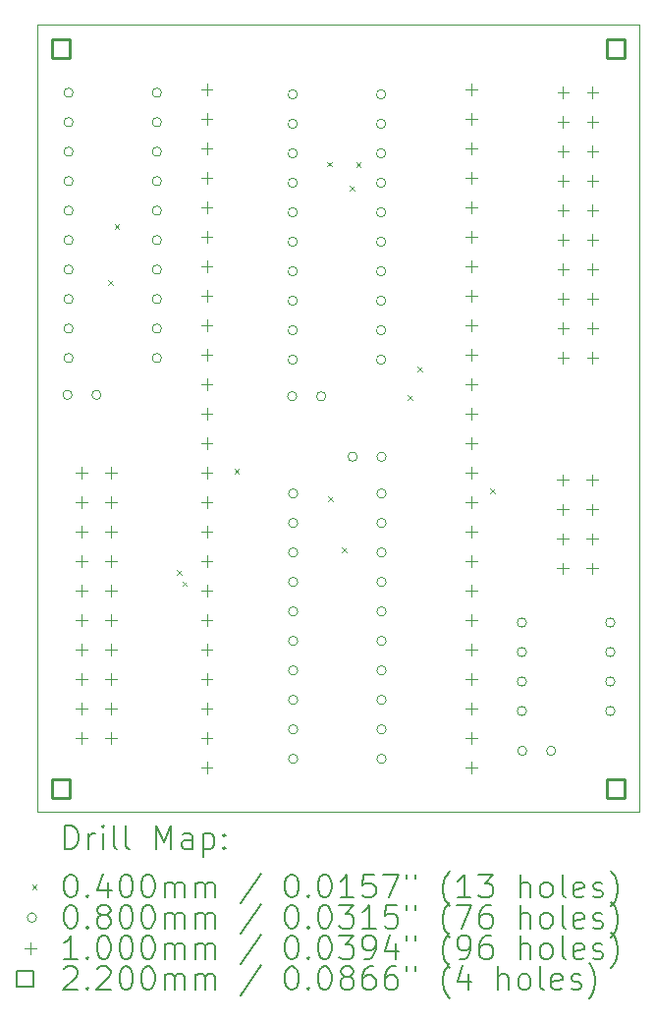
<source format=gbr>
%TF.GenerationSoftware,KiCad,Pcbnew,7.0.1*%
%TF.CreationDate,2023-06-01T10:42:50-07:00*%
%TF.ProjectId,tn_vdp_v2_board,746e5f76-6470-45f7-9632-5f626f617264,rev?*%
%TF.SameCoordinates,Original*%
%TF.FileFunction,Drillmap*%
%TF.FilePolarity,Positive*%
%FSLAX45Y45*%
G04 Gerber Fmt 4.5, Leading zero omitted, Abs format (unit mm)*
G04 Created by KiCad (PCBNEW 7.0.1) date 2023-06-01 10:42:50*
%MOMM*%
%LPD*%
G01*
G04 APERTURE LIST*
%ADD10C,0.100000*%
%ADD11C,0.200000*%
%ADD12C,0.040000*%
%ADD13C,0.080000*%
%ADD14C,0.220000*%
G04 APERTURE END LIST*
D10*
X18753200Y-11277600D02*
X13563600Y-11277600D01*
X13563600Y-4495800D02*
X18753200Y-4495800D01*
X18753200Y-4495800D02*
X18753200Y-11277600D01*
X13563600Y-11277600D02*
X13563600Y-4495800D01*
D11*
D12*
X14178170Y-6696520D02*
X14218170Y-6736520D01*
X14218170Y-6696520D02*
X14178170Y-6736520D01*
X14230790Y-6210890D02*
X14270790Y-6250890D01*
X14270790Y-6210890D02*
X14230790Y-6250890D01*
X14768260Y-9194720D02*
X14808260Y-9234720D01*
X14808260Y-9194720D02*
X14768260Y-9234720D01*
X14815570Y-9290400D02*
X14855570Y-9330400D01*
X14855570Y-9290400D02*
X14815570Y-9330400D01*
X15264290Y-8323400D02*
X15304290Y-8363400D01*
X15304290Y-8323400D02*
X15264290Y-8363400D01*
X16066470Y-5676210D02*
X16106470Y-5716210D01*
X16106470Y-5676210D02*
X16066470Y-5716210D01*
X16072300Y-8559280D02*
X16112300Y-8599280D01*
X16112300Y-8559280D02*
X16072300Y-8599280D01*
X16189080Y-8999560D02*
X16229080Y-9039560D01*
X16229080Y-8999560D02*
X16189080Y-9039560D01*
X16258030Y-5884560D02*
X16298030Y-5924560D01*
X16298030Y-5884560D02*
X16258030Y-5924560D01*
X16313280Y-5678660D02*
X16353280Y-5718660D01*
X16353280Y-5678660D02*
X16313280Y-5718660D01*
X16758030Y-7686780D02*
X16798030Y-7726780D01*
X16798030Y-7686780D02*
X16758030Y-7726780D01*
X16840620Y-7439230D02*
X16880620Y-7479230D01*
X16880620Y-7439230D02*
X16840620Y-7479230D01*
X17466290Y-8490330D02*
X17506290Y-8530330D01*
X17506290Y-8490330D02*
X17466290Y-8530330D01*
D13*
X13865000Y-7683500D02*
G75*
G03*
X13865000Y-7683500I-40000J0D01*
G01*
X13873700Y-5080000D02*
G75*
G03*
X13873700Y-5080000I-40000J0D01*
G01*
X13873700Y-5334000D02*
G75*
G03*
X13873700Y-5334000I-40000J0D01*
G01*
X13873700Y-5588000D02*
G75*
G03*
X13873700Y-5588000I-40000J0D01*
G01*
X13873700Y-5842000D02*
G75*
G03*
X13873700Y-5842000I-40000J0D01*
G01*
X13873700Y-6096000D02*
G75*
G03*
X13873700Y-6096000I-40000J0D01*
G01*
X13873700Y-6350000D02*
G75*
G03*
X13873700Y-6350000I-40000J0D01*
G01*
X13873700Y-6604000D02*
G75*
G03*
X13873700Y-6604000I-40000J0D01*
G01*
X13873700Y-6858000D02*
G75*
G03*
X13873700Y-6858000I-40000J0D01*
G01*
X13873700Y-7112000D02*
G75*
G03*
X13873700Y-7112000I-40000J0D01*
G01*
X13873700Y-7366000D02*
G75*
G03*
X13873700Y-7366000I-40000J0D01*
G01*
X14115000Y-7683500D02*
G75*
G03*
X14115000Y-7683500I-40000J0D01*
G01*
X14635700Y-5080000D02*
G75*
G03*
X14635700Y-5080000I-40000J0D01*
G01*
X14635700Y-5334000D02*
G75*
G03*
X14635700Y-5334000I-40000J0D01*
G01*
X14635700Y-5588000D02*
G75*
G03*
X14635700Y-5588000I-40000J0D01*
G01*
X14635700Y-5842000D02*
G75*
G03*
X14635700Y-5842000I-40000J0D01*
G01*
X14635700Y-6096000D02*
G75*
G03*
X14635700Y-6096000I-40000J0D01*
G01*
X14635700Y-6350000D02*
G75*
G03*
X14635700Y-6350000I-40000J0D01*
G01*
X14635700Y-6604000D02*
G75*
G03*
X14635700Y-6604000I-40000J0D01*
G01*
X14635700Y-6858000D02*
G75*
G03*
X14635700Y-6858000I-40000J0D01*
G01*
X14635700Y-7112000D02*
G75*
G03*
X14635700Y-7112000I-40000J0D01*
G01*
X14635700Y-7366000D02*
G75*
G03*
X14635700Y-7366000I-40000J0D01*
G01*
X15802400Y-7695100D02*
G75*
G03*
X15802400Y-7695100I-40000J0D01*
G01*
X15807020Y-5094640D02*
G75*
G03*
X15807020Y-5094640I-40000J0D01*
G01*
X15807020Y-5348640D02*
G75*
G03*
X15807020Y-5348640I-40000J0D01*
G01*
X15807020Y-5602640D02*
G75*
G03*
X15807020Y-5602640I-40000J0D01*
G01*
X15807020Y-5856640D02*
G75*
G03*
X15807020Y-5856640I-40000J0D01*
G01*
X15807020Y-6110640D02*
G75*
G03*
X15807020Y-6110640I-40000J0D01*
G01*
X15807020Y-6364640D02*
G75*
G03*
X15807020Y-6364640I-40000J0D01*
G01*
X15807020Y-6618640D02*
G75*
G03*
X15807020Y-6618640I-40000J0D01*
G01*
X15807020Y-6872640D02*
G75*
G03*
X15807020Y-6872640I-40000J0D01*
G01*
X15807020Y-7126640D02*
G75*
G03*
X15807020Y-7126640I-40000J0D01*
G01*
X15807020Y-7380640D02*
G75*
G03*
X15807020Y-7380640I-40000J0D01*
G01*
X15811100Y-8533300D02*
G75*
G03*
X15811100Y-8533300I-40000J0D01*
G01*
X15811100Y-8787300D02*
G75*
G03*
X15811100Y-8787300I-40000J0D01*
G01*
X15811100Y-9041300D02*
G75*
G03*
X15811100Y-9041300I-40000J0D01*
G01*
X15811100Y-9295300D02*
G75*
G03*
X15811100Y-9295300I-40000J0D01*
G01*
X15811100Y-9549300D02*
G75*
G03*
X15811100Y-9549300I-40000J0D01*
G01*
X15811100Y-9803300D02*
G75*
G03*
X15811100Y-9803300I-40000J0D01*
G01*
X15811100Y-10057300D02*
G75*
G03*
X15811100Y-10057300I-40000J0D01*
G01*
X15811100Y-10311300D02*
G75*
G03*
X15811100Y-10311300I-40000J0D01*
G01*
X15811100Y-10565300D02*
G75*
G03*
X15811100Y-10565300I-40000J0D01*
G01*
X15811100Y-10819300D02*
G75*
G03*
X15811100Y-10819300I-40000J0D01*
G01*
X16052400Y-7695100D02*
G75*
G03*
X16052400Y-7695100I-40000J0D01*
G01*
X16323100Y-8215800D02*
G75*
G03*
X16323100Y-8215800I-40000J0D01*
G01*
X16569020Y-5094640D02*
G75*
G03*
X16569020Y-5094640I-40000J0D01*
G01*
X16569020Y-5348640D02*
G75*
G03*
X16569020Y-5348640I-40000J0D01*
G01*
X16569020Y-5602640D02*
G75*
G03*
X16569020Y-5602640I-40000J0D01*
G01*
X16569020Y-5856640D02*
G75*
G03*
X16569020Y-5856640I-40000J0D01*
G01*
X16569020Y-6110640D02*
G75*
G03*
X16569020Y-6110640I-40000J0D01*
G01*
X16569020Y-6364640D02*
G75*
G03*
X16569020Y-6364640I-40000J0D01*
G01*
X16569020Y-6618640D02*
G75*
G03*
X16569020Y-6618640I-40000J0D01*
G01*
X16569020Y-6872640D02*
G75*
G03*
X16569020Y-6872640I-40000J0D01*
G01*
X16569020Y-7126640D02*
G75*
G03*
X16569020Y-7126640I-40000J0D01*
G01*
X16569020Y-7380640D02*
G75*
G03*
X16569020Y-7380640I-40000J0D01*
G01*
X16573100Y-8215800D02*
G75*
G03*
X16573100Y-8215800I-40000J0D01*
G01*
X16573100Y-8533300D02*
G75*
G03*
X16573100Y-8533300I-40000J0D01*
G01*
X16573100Y-8787300D02*
G75*
G03*
X16573100Y-8787300I-40000J0D01*
G01*
X16573100Y-9041300D02*
G75*
G03*
X16573100Y-9041300I-40000J0D01*
G01*
X16573100Y-9295300D02*
G75*
G03*
X16573100Y-9295300I-40000J0D01*
G01*
X16573100Y-9549300D02*
G75*
G03*
X16573100Y-9549300I-40000J0D01*
G01*
X16573100Y-9803300D02*
G75*
G03*
X16573100Y-9803300I-40000J0D01*
G01*
X16573100Y-10057300D02*
G75*
G03*
X16573100Y-10057300I-40000J0D01*
G01*
X16573100Y-10311300D02*
G75*
G03*
X16573100Y-10311300I-40000J0D01*
G01*
X16573100Y-10565300D02*
G75*
G03*
X16573100Y-10565300I-40000J0D01*
G01*
X16573100Y-10819300D02*
G75*
G03*
X16573100Y-10819300I-40000J0D01*
G01*
X17782500Y-9645000D02*
G75*
G03*
X17782500Y-9645000I-40000J0D01*
G01*
X17782500Y-9899000D02*
G75*
G03*
X17782500Y-9899000I-40000J0D01*
G01*
X17782500Y-10153000D02*
G75*
G03*
X17782500Y-10153000I-40000J0D01*
G01*
X17782500Y-10407000D02*
G75*
G03*
X17782500Y-10407000I-40000J0D01*
G01*
X17785500Y-10750000D02*
G75*
G03*
X17785500Y-10750000I-40000J0D01*
G01*
X18035500Y-10750000D02*
G75*
G03*
X18035500Y-10750000I-40000J0D01*
G01*
X18544500Y-9645000D02*
G75*
G03*
X18544500Y-9645000I-40000J0D01*
G01*
X18544500Y-9899000D02*
G75*
G03*
X18544500Y-9899000I-40000J0D01*
G01*
X18544500Y-10153000D02*
G75*
G03*
X18544500Y-10153000I-40000J0D01*
G01*
X18544500Y-10407000D02*
G75*
G03*
X18544500Y-10407000I-40000J0D01*
G01*
D10*
X13946000Y-8304000D02*
X13946000Y-8404000D01*
X13896000Y-8354000D02*
X13996000Y-8354000D01*
X13946000Y-8558000D02*
X13946000Y-8658000D01*
X13896000Y-8608000D02*
X13996000Y-8608000D01*
X13946000Y-8812000D02*
X13946000Y-8912000D01*
X13896000Y-8862000D02*
X13996000Y-8862000D01*
X13946000Y-9066000D02*
X13946000Y-9166000D01*
X13896000Y-9116000D02*
X13996000Y-9116000D01*
X13946000Y-9320000D02*
X13946000Y-9420000D01*
X13896000Y-9370000D02*
X13996000Y-9370000D01*
X13946000Y-9574000D02*
X13946000Y-9674000D01*
X13896000Y-9624000D02*
X13996000Y-9624000D01*
X13946000Y-9828000D02*
X13946000Y-9928000D01*
X13896000Y-9878000D02*
X13996000Y-9878000D01*
X13946000Y-10082000D02*
X13946000Y-10182000D01*
X13896000Y-10132000D02*
X13996000Y-10132000D01*
X13946000Y-10336000D02*
X13946000Y-10436000D01*
X13896000Y-10386000D02*
X13996000Y-10386000D01*
X13946000Y-10590000D02*
X13946000Y-10690000D01*
X13896000Y-10640000D02*
X13996000Y-10640000D01*
X14200000Y-8304000D02*
X14200000Y-8404000D01*
X14150000Y-8354000D02*
X14250000Y-8354000D01*
X14200000Y-8558000D02*
X14200000Y-8658000D01*
X14150000Y-8608000D02*
X14250000Y-8608000D01*
X14200000Y-8812000D02*
X14200000Y-8912000D01*
X14150000Y-8862000D02*
X14250000Y-8862000D01*
X14200000Y-9066000D02*
X14200000Y-9166000D01*
X14150000Y-9116000D02*
X14250000Y-9116000D01*
X14200000Y-9320000D02*
X14200000Y-9420000D01*
X14150000Y-9370000D02*
X14250000Y-9370000D01*
X14200000Y-9574000D02*
X14200000Y-9674000D01*
X14150000Y-9624000D02*
X14250000Y-9624000D01*
X14200000Y-9828000D02*
X14200000Y-9928000D01*
X14150000Y-9878000D02*
X14250000Y-9878000D01*
X14200000Y-10082000D02*
X14200000Y-10182000D01*
X14150000Y-10132000D02*
X14250000Y-10132000D01*
X14200000Y-10336000D02*
X14200000Y-10436000D01*
X14150000Y-10386000D02*
X14250000Y-10386000D01*
X14200000Y-10590000D02*
X14200000Y-10690000D01*
X14150000Y-10640000D02*
X14250000Y-10640000D01*
X15026110Y-5003500D02*
X15026110Y-5103500D01*
X14976110Y-5053500D02*
X15076110Y-5053500D01*
X15026110Y-5257500D02*
X15026110Y-5357500D01*
X14976110Y-5307500D02*
X15076110Y-5307500D01*
X15026110Y-5511500D02*
X15026110Y-5611500D01*
X14976110Y-5561500D02*
X15076110Y-5561500D01*
X15026110Y-5765500D02*
X15026110Y-5865500D01*
X14976110Y-5815500D02*
X15076110Y-5815500D01*
X15026110Y-6019500D02*
X15026110Y-6119500D01*
X14976110Y-6069500D02*
X15076110Y-6069500D01*
X15026110Y-6273500D02*
X15026110Y-6373500D01*
X14976110Y-6323500D02*
X15076110Y-6323500D01*
X15026110Y-6527500D02*
X15026110Y-6627500D01*
X14976110Y-6577500D02*
X15076110Y-6577500D01*
X15026110Y-6781500D02*
X15026110Y-6881500D01*
X14976110Y-6831500D02*
X15076110Y-6831500D01*
X15026110Y-7035500D02*
X15026110Y-7135500D01*
X14976110Y-7085500D02*
X15076110Y-7085500D01*
X15026110Y-7289500D02*
X15026110Y-7389500D01*
X14976110Y-7339500D02*
X15076110Y-7339500D01*
X15026110Y-7543500D02*
X15026110Y-7643500D01*
X14976110Y-7593500D02*
X15076110Y-7593500D01*
X15026110Y-7797500D02*
X15026110Y-7897500D01*
X14976110Y-7847500D02*
X15076110Y-7847500D01*
X15026110Y-8051500D02*
X15026110Y-8151500D01*
X14976110Y-8101500D02*
X15076110Y-8101500D01*
X15026110Y-8305500D02*
X15026110Y-8405500D01*
X14976110Y-8355500D02*
X15076110Y-8355500D01*
X15026110Y-8559500D02*
X15026110Y-8659500D01*
X14976110Y-8609500D02*
X15076110Y-8609500D01*
X15026110Y-8813500D02*
X15026110Y-8913500D01*
X14976110Y-8863500D02*
X15076110Y-8863500D01*
X15026110Y-9067500D02*
X15026110Y-9167500D01*
X14976110Y-9117500D02*
X15076110Y-9117500D01*
X15026110Y-9321500D02*
X15026110Y-9421500D01*
X14976110Y-9371500D02*
X15076110Y-9371500D01*
X15026110Y-9575500D02*
X15026110Y-9675500D01*
X14976110Y-9625500D02*
X15076110Y-9625500D01*
X15026110Y-9829500D02*
X15026110Y-9929500D01*
X14976110Y-9879500D02*
X15076110Y-9879500D01*
X15026110Y-10083500D02*
X15026110Y-10183500D01*
X14976110Y-10133500D02*
X15076110Y-10133500D01*
X15026110Y-10337500D02*
X15026110Y-10437500D01*
X14976110Y-10387500D02*
X15076110Y-10387500D01*
X15026110Y-10591500D02*
X15026110Y-10691500D01*
X14976110Y-10641500D02*
X15076110Y-10641500D01*
X15026110Y-10845500D02*
X15026110Y-10945500D01*
X14976110Y-10895500D02*
X15076110Y-10895500D01*
X17307800Y-5003500D02*
X17307800Y-5103500D01*
X17257800Y-5053500D02*
X17357800Y-5053500D01*
X17307800Y-5257500D02*
X17307800Y-5357500D01*
X17257800Y-5307500D02*
X17357800Y-5307500D01*
X17307800Y-5511500D02*
X17307800Y-5611500D01*
X17257800Y-5561500D02*
X17357800Y-5561500D01*
X17307800Y-5765500D02*
X17307800Y-5865500D01*
X17257800Y-5815500D02*
X17357800Y-5815500D01*
X17307800Y-6019500D02*
X17307800Y-6119500D01*
X17257800Y-6069500D02*
X17357800Y-6069500D01*
X17307800Y-6273500D02*
X17307800Y-6373500D01*
X17257800Y-6323500D02*
X17357800Y-6323500D01*
X17307800Y-6527500D02*
X17307800Y-6627500D01*
X17257800Y-6577500D02*
X17357800Y-6577500D01*
X17307800Y-6781500D02*
X17307800Y-6881500D01*
X17257800Y-6831500D02*
X17357800Y-6831500D01*
X17307800Y-7035500D02*
X17307800Y-7135500D01*
X17257800Y-7085500D02*
X17357800Y-7085500D01*
X17307800Y-7289500D02*
X17307800Y-7389500D01*
X17257800Y-7339500D02*
X17357800Y-7339500D01*
X17307800Y-7543500D02*
X17307800Y-7643500D01*
X17257800Y-7593500D02*
X17357800Y-7593500D01*
X17307800Y-7797500D02*
X17307800Y-7897500D01*
X17257800Y-7847500D02*
X17357800Y-7847500D01*
X17307800Y-8051500D02*
X17307800Y-8151500D01*
X17257800Y-8101500D02*
X17357800Y-8101500D01*
X17307800Y-8305500D02*
X17307800Y-8405500D01*
X17257800Y-8355500D02*
X17357800Y-8355500D01*
X17307800Y-8559500D02*
X17307800Y-8659500D01*
X17257800Y-8609500D02*
X17357800Y-8609500D01*
X17307800Y-8813500D02*
X17307800Y-8913500D01*
X17257800Y-8863500D02*
X17357800Y-8863500D01*
X17307800Y-9067500D02*
X17307800Y-9167500D01*
X17257800Y-9117500D02*
X17357800Y-9117500D01*
X17307800Y-9321500D02*
X17307800Y-9421500D01*
X17257800Y-9371500D02*
X17357800Y-9371500D01*
X17307800Y-9575500D02*
X17307800Y-9675500D01*
X17257800Y-9625500D02*
X17357800Y-9625500D01*
X17307800Y-9829500D02*
X17307800Y-9929500D01*
X17257800Y-9879500D02*
X17357800Y-9879500D01*
X17307800Y-10083500D02*
X17307800Y-10183500D01*
X17257800Y-10133500D02*
X17357800Y-10133500D01*
X17307800Y-10337500D02*
X17307800Y-10437500D01*
X17257800Y-10387500D02*
X17357800Y-10387500D01*
X17307800Y-10591500D02*
X17307800Y-10691500D01*
X17257800Y-10641500D02*
X17357800Y-10641500D01*
X17307800Y-10845500D02*
X17307800Y-10945500D01*
X17257800Y-10895500D02*
X17357800Y-10895500D01*
X18096000Y-8367000D02*
X18096000Y-8467000D01*
X18046000Y-8417000D02*
X18146000Y-8417000D01*
X18096000Y-8621000D02*
X18096000Y-8721000D01*
X18046000Y-8671000D02*
X18146000Y-8671000D01*
X18096000Y-8875000D02*
X18096000Y-8975000D01*
X18046000Y-8925000D02*
X18146000Y-8925000D01*
X18096000Y-9129000D02*
X18096000Y-9229000D01*
X18046000Y-9179000D02*
X18146000Y-9179000D01*
X18098500Y-5030000D02*
X18098500Y-5130000D01*
X18048500Y-5080000D02*
X18148500Y-5080000D01*
X18098500Y-5284000D02*
X18098500Y-5384000D01*
X18048500Y-5334000D02*
X18148500Y-5334000D01*
X18098500Y-5538000D02*
X18098500Y-5638000D01*
X18048500Y-5588000D02*
X18148500Y-5588000D01*
X18098500Y-5792000D02*
X18098500Y-5892000D01*
X18048500Y-5842000D02*
X18148500Y-5842000D01*
X18098500Y-6046000D02*
X18098500Y-6146000D01*
X18048500Y-6096000D02*
X18148500Y-6096000D01*
X18098500Y-6300000D02*
X18098500Y-6400000D01*
X18048500Y-6350000D02*
X18148500Y-6350000D01*
X18098500Y-6554000D02*
X18098500Y-6654000D01*
X18048500Y-6604000D02*
X18148500Y-6604000D01*
X18098500Y-6808000D02*
X18098500Y-6908000D01*
X18048500Y-6858000D02*
X18148500Y-6858000D01*
X18098500Y-7062000D02*
X18098500Y-7162000D01*
X18048500Y-7112000D02*
X18148500Y-7112000D01*
X18098500Y-7316000D02*
X18098500Y-7416000D01*
X18048500Y-7366000D02*
X18148500Y-7366000D01*
X18350000Y-8367000D02*
X18350000Y-8467000D01*
X18300000Y-8417000D02*
X18400000Y-8417000D01*
X18350000Y-8621000D02*
X18350000Y-8721000D01*
X18300000Y-8671000D02*
X18400000Y-8671000D01*
X18350000Y-8875000D02*
X18350000Y-8975000D01*
X18300000Y-8925000D02*
X18400000Y-8925000D01*
X18350000Y-9129000D02*
X18350000Y-9229000D01*
X18300000Y-9179000D02*
X18400000Y-9179000D01*
X18352500Y-5030000D02*
X18352500Y-5130000D01*
X18302500Y-5080000D02*
X18402500Y-5080000D01*
X18352500Y-5284000D02*
X18352500Y-5384000D01*
X18302500Y-5334000D02*
X18402500Y-5334000D01*
X18352500Y-5538000D02*
X18352500Y-5638000D01*
X18302500Y-5588000D02*
X18402500Y-5588000D01*
X18352500Y-5792000D02*
X18352500Y-5892000D01*
X18302500Y-5842000D02*
X18402500Y-5842000D01*
X18352500Y-6046000D02*
X18352500Y-6146000D01*
X18302500Y-6096000D02*
X18402500Y-6096000D01*
X18352500Y-6300000D02*
X18352500Y-6400000D01*
X18302500Y-6350000D02*
X18402500Y-6350000D01*
X18352500Y-6554000D02*
X18352500Y-6654000D01*
X18302500Y-6604000D02*
X18402500Y-6604000D01*
X18352500Y-6808000D02*
X18352500Y-6908000D01*
X18302500Y-6858000D02*
X18402500Y-6858000D01*
X18352500Y-7062000D02*
X18352500Y-7162000D01*
X18302500Y-7112000D02*
X18402500Y-7112000D01*
X18352500Y-7316000D02*
X18352500Y-7416000D01*
X18302500Y-7366000D02*
X18402500Y-7366000D01*
D14*
X13844582Y-4776783D02*
X13844582Y-4621218D01*
X13689017Y-4621218D01*
X13689017Y-4776783D01*
X13844582Y-4776783D01*
X13844582Y-11152183D02*
X13844582Y-10996618D01*
X13689017Y-10996618D01*
X13689017Y-11152183D01*
X13844582Y-11152183D01*
X18627783Y-4776783D02*
X18627783Y-4621218D01*
X18472218Y-4621218D01*
X18472218Y-4776783D01*
X18627783Y-4776783D01*
X18627783Y-11152183D02*
X18627783Y-10996618D01*
X18472218Y-10996618D01*
X18472218Y-11152183D01*
X18627783Y-11152183D01*
D11*
X13806219Y-11595124D02*
X13806219Y-11395124D01*
X13806219Y-11395124D02*
X13853838Y-11395124D01*
X13853838Y-11395124D02*
X13882409Y-11404648D01*
X13882409Y-11404648D02*
X13901457Y-11423695D01*
X13901457Y-11423695D02*
X13910981Y-11442743D01*
X13910981Y-11442743D02*
X13920505Y-11480838D01*
X13920505Y-11480838D02*
X13920505Y-11509409D01*
X13920505Y-11509409D02*
X13910981Y-11547505D01*
X13910981Y-11547505D02*
X13901457Y-11566552D01*
X13901457Y-11566552D02*
X13882409Y-11585600D01*
X13882409Y-11585600D02*
X13853838Y-11595124D01*
X13853838Y-11595124D02*
X13806219Y-11595124D01*
X14006219Y-11595124D02*
X14006219Y-11461790D01*
X14006219Y-11499886D02*
X14015743Y-11480838D01*
X14015743Y-11480838D02*
X14025267Y-11471314D01*
X14025267Y-11471314D02*
X14044314Y-11461790D01*
X14044314Y-11461790D02*
X14063362Y-11461790D01*
X14130028Y-11595124D02*
X14130028Y-11461790D01*
X14130028Y-11395124D02*
X14120505Y-11404648D01*
X14120505Y-11404648D02*
X14130028Y-11414171D01*
X14130028Y-11414171D02*
X14139552Y-11404648D01*
X14139552Y-11404648D02*
X14130028Y-11395124D01*
X14130028Y-11395124D02*
X14130028Y-11414171D01*
X14253838Y-11595124D02*
X14234790Y-11585600D01*
X14234790Y-11585600D02*
X14225267Y-11566552D01*
X14225267Y-11566552D02*
X14225267Y-11395124D01*
X14358600Y-11595124D02*
X14339552Y-11585600D01*
X14339552Y-11585600D02*
X14330028Y-11566552D01*
X14330028Y-11566552D02*
X14330028Y-11395124D01*
X14587171Y-11595124D02*
X14587171Y-11395124D01*
X14587171Y-11395124D02*
X14653838Y-11537981D01*
X14653838Y-11537981D02*
X14720505Y-11395124D01*
X14720505Y-11395124D02*
X14720505Y-11595124D01*
X14901457Y-11595124D02*
X14901457Y-11490362D01*
X14901457Y-11490362D02*
X14891933Y-11471314D01*
X14891933Y-11471314D02*
X14872886Y-11461790D01*
X14872886Y-11461790D02*
X14834790Y-11461790D01*
X14834790Y-11461790D02*
X14815743Y-11471314D01*
X14901457Y-11585600D02*
X14882409Y-11595124D01*
X14882409Y-11595124D02*
X14834790Y-11595124D01*
X14834790Y-11595124D02*
X14815743Y-11585600D01*
X14815743Y-11585600D02*
X14806219Y-11566552D01*
X14806219Y-11566552D02*
X14806219Y-11547505D01*
X14806219Y-11547505D02*
X14815743Y-11528457D01*
X14815743Y-11528457D02*
X14834790Y-11518933D01*
X14834790Y-11518933D02*
X14882409Y-11518933D01*
X14882409Y-11518933D02*
X14901457Y-11509409D01*
X14996695Y-11461790D02*
X14996695Y-11661790D01*
X14996695Y-11471314D02*
X15015743Y-11461790D01*
X15015743Y-11461790D02*
X15053838Y-11461790D01*
X15053838Y-11461790D02*
X15072886Y-11471314D01*
X15072886Y-11471314D02*
X15082409Y-11480838D01*
X15082409Y-11480838D02*
X15091933Y-11499886D01*
X15091933Y-11499886D02*
X15091933Y-11557028D01*
X15091933Y-11557028D02*
X15082409Y-11576076D01*
X15082409Y-11576076D02*
X15072886Y-11585600D01*
X15072886Y-11585600D02*
X15053838Y-11595124D01*
X15053838Y-11595124D02*
X15015743Y-11595124D01*
X15015743Y-11595124D02*
X14996695Y-11585600D01*
X15177648Y-11576076D02*
X15187171Y-11585600D01*
X15187171Y-11585600D02*
X15177648Y-11595124D01*
X15177648Y-11595124D02*
X15168124Y-11585600D01*
X15168124Y-11585600D02*
X15177648Y-11576076D01*
X15177648Y-11576076D02*
X15177648Y-11595124D01*
X15177648Y-11471314D02*
X15187171Y-11480838D01*
X15187171Y-11480838D02*
X15177648Y-11490362D01*
X15177648Y-11490362D02*
X15168124Y-11480838D01*
X15168124Y-11480838D02*
X15177648Y-11471314D01*
X15177648Y-11471314D02*
X15177648Y-11490362D01*
D12*
X13518600Y-11902600D02*
X13558600Y-11942600D01*
X13558600Y-11902600D02*
X13518600Y-11942600D01*
D11*
X13844314Y-11815124D02*
X13863362Y-11815124D01*
X13863362Y-11815124D02*
X13882409Y-11824648D01*
X13882409Y-11824648D02*
X13891933Y-11834171D01*
X13891933Y-11834171D02*
X13901457Y-11853219D01*
X13901457Y-11853219D02*
X13910981Y-11891314D01*
X13910981Y-11891314D02*
X13910981Y-11938933D01*
X13910981Y-11938933D02*
X13901457Y-11977028D01*
X13901457Y-11977028D02*
X13891933Y-11996076D01*
X13891933Y-11996076D02*
X13882409Y-12005600D01*
X13882409Y-12005600D02*
X13863362Y-12015124D01*
X13863362Y-12015124D02*
X13844314Y-12015124D01*
X13844314Y-12015124D02*
X13825267Y-12005600D01*
X13825267Y-12005600D02*
X13815743Y-11996076D01*
X13815743Y-11996076D02*
X13806219Y-11977028D01*
X13806219Y-11977028D02*
X13796695Y-11938933D01*
X13796695Y-11938933D02*
X13796695Y-11891314D01*
X13796695Y-11891314D02*
X13806219Y-11853219D01*
X13806219Y-11853219D02*
X13815743Y-11834171D01*
X13815743Y-11834171D02*
X13825267Y-11824648D01*
X13825267Y-11824648D02*
X13844314Y-11815124D01*
X13996695Y-11996076D02*
X14006219Y-12005600D01*
X14006219Y-12005600D02*
X13996695Y-12015124D01*
X13996695Y-12015124D02*
X13987171Y-12005600D01*
X13987171Y-12005600D02*
X13996695Y-11996076D01*
X13996695Y-11996076D02*
X13996695Y-12015124D01*
X14177648Y-11881790D02*
X14177648Y-12015124D01*
X14130028Y-11805600D02*
X14082409Y-11948457D01*
X14082409Y-11948457D02*
X14206219Y-11948457D01*
X14320505Y-11815124D02*
X14339552Y-11815124D01*
X14339552Y-11815124D02*
X14358600Y-11824648D01*
X14358600Y-11824648D02*
X14368124Y-11834171D01*
X14368124Y-11834171D02*
X14377648Y-11853219D01*
X14377648Y-11853219D02*
X14387171Y-11891314D01*
X14387171Y-11891314D02*
X14387171Y-11938933D01*
X14387171Y-11938933D02*
X14377648Y-11977028D01*
X14377648Y-11977028D02*
X14368124Y-11996076D01*
X14368124Y-11996076D02*
X14358600Y-12005600D01*
X14358600Y-12005600D02*
X14339552Y-12015124D01*
X14339552Y-12015124D02*
X14320505Y-12015124D01*
X14320505Y-12015124D02*
X14301457Y-12005600D01*
X14301457Y-12005600D02*
X14291933Y-11996076D01*
X14291933Y-11996076D02*
X14282409Y-11977028D01*
X14282409Y-11977028D02*
X14272886Y-11938933D01*
X14272886Y-11938933D02*
X14272886Y-11891314D01*
X14272886Y-11891314D02*
X14282409Y-11853219D01*
X14282409Y-11853219D02*
X14291933Y-11834171D01*
X14291933Y-11834171D02*
X14301457Y-11824648D01*
X14301457Y-11824648D02*
X14320505Y-11815124D01*
X14510981Y-11815124D02*
X14530029Y-11815124D01*
X14530029Y-11815124D02*
X14549076Y-11824648D01*
X14549076Y-11824648D02*
X14558600Y-11834171D01*
X14558600Y-11834171D02*
X14568124Y-11853219D01*
X14568124Y-11853219D02*
X14577648Y-11891314D01*
X14577648Y-11891314D02*
X14577648Y-11938933D01*
X14577648Y-11938933D02*
X14568124Y-11977028D01*
X14568124Y-11977028D02*
X14558600Y-11996076D01*
X14558600Y-11996076D02*
X14549076Y-12005600D01*
X14549076Y-12005600D02*
X14530029Y-12015124D01*
X14530029Y-12015124D02*
X14510981Y-12015124D01*
X14510981Y-12015124D02*
X14491933Y-12005600D01*
X14491933Y-12005600D02*
X14482409Y-11996076D01*
X14482409Y-11996076D02*
X14472886Y-11977028D01*
X14472886Y-11977028D02*
X14463362Y-11938933D01*
X14463362Y-11938933D02*
X14463362Y-11891314D01*
X14463362Y-11891314D02*
X14472886Y-11853219D01*
X14472886Y-11853219D02*
X14482409Y-11834171D01*
X14482409Y-11834171D02*
X14491933Y-11824648D01*
X14491933Y-11824648D02*
X14510981Y-11815124D01*
X14663362Y-12015124D02*
X14663362Y-11881790D01*
X14663362Y-11900838D02*
X14672886Y-11891314D01*
X14672886Y-11891314D02*
X14691933Y-11881790D01*
X14691933Y-11881790D02*
X14720505Y-11881790D01*
X14720505Y-11881790D02*
X14739552Y-11891314D01*
X14739552Y-11891314D02*
X14749076Y-11910362D01*
X14749076Y-11910362D02*
X14749076Y-12015124D01*
X14749076Y-11910362D02*
X14758600Y-11891314D01*
X14758600Y-11891314D02*
X14777648Y-11881790D01*
X14777648Y-11881790D02*
X14806219Y-11881790D01*
X14806219Y-11881790D02*
X14825267Y-11891314D01*
X14825267Y-11891314D02*
X14834790Y-11910362D01*
X14834790Y-11910362D02*
X14834790Y-12015124D01*
X14930029Y-12015124D02*
X14930029Y-11881790D01*
X14930029Y-11900838D02*
X14939552Y-11891314D01*
X14939552Y-11891314D02*
X14958600Y-11881790D01*
X14958600Y-11881790D02*
X14987171Y-11881790D01*
X14987171Y-11881790D02*
X15006219Y-11891314D01*
X15006219Y-11891314D02*
X15015743Y-11910362D01*
X15015743Y-11910362D02*
X15015743Y-12015124D01*
X15015743Y-11910362D02*
X15025267Y-11891314D01*
X15025267Y-11891314D02*
X15044314Y-11881790D01*
X15044314Y-11881790D02*
X15072886Y-11881790D01*
X15072886Y-11881790D02*
X15091933Y-11891314D01*
X15091933Y-11891314D02*
X15101457Y-11910362D01*
X15101457Y-11910362D02*
X15101457Y-12015124D01*
X15491933Y-11805600D02*
X15320505Y-12062743D01*
X15749076Y-11815124D02*
X15768124Y-11815124D01*
X15768124Y-11815124D02*
X15787172Y-11824648D01*
X15787172Y-11824648D02*
X15796695Y-11834171D01*
X15796695Y-11834171D02*
X15806219Y-11853219D01*
X15806219Y-11853219D02*
X15815743Y-11891314D01*
X15815743Y-11891314D02*
X15815743Y-11938933D01*
X15815743Y-11938933D02*
X15806219Y-11977028D01*
X15806219Y-11977028D02*
X15796695Y-11996076D01*
X15796695Y-11996076D02*
X15787172Y-12005600D01*
X15787172Y-12005600D02*
X15768124Y-12015124D01*
X15768124Y-12015124D02*
X15749076Y-12015124D01*
X15749076Y-12015124D02*
X15730029Y-12005600D01*
X15730029Y-12005600D02*
X15720505Y-11996076D01*
X15720505Y-11996076D02*
X15710981Y-11977028D01*
X15710981Y-11977028D02*
X15701457Y-11938933D01*
X15701457Y-11938933D02*
X15701457Y-11891314D01*
X15701457Y-11891314D02*
X15710981Y-11853219D01*
X15710981Y-11853219D02*
X15720505Y-11834171D01*
X15720505Y-11834171D02*
X15730029Y-11824648D01*
X15730029Y-11824648D02*
X15749076Y-11815124D01*
X15901457Y-11996076D02*
X15910981Y-12005600D01*
X15910981Y-12005600D02*
X15901457Y-12015124D01*
X15901457Y-12015124D02*
X15891933Y-12005600D01*
X15891933Y-12005600D02*
X15901457Y-11996076D01*
X15901457Y-11996076D02*
X15901457Y-12015124D01*
X16034791Y-11815124D02*
X16053838Y-11815124D01*
X16053838Y-11815124D02*
X16072886Y-11824648D01*
X16072886Y-11824648D02*
X16082410Y-11834171D01*
X16082410Y-11834171D02*
X16091933Y-11853219D01*
X16091933Y-11853219D02*
X16101457Y-11891314D01*
X16101457Y-11891314D02*
X16101457Y-11938933D01*
X16101457Y-11938933D02*
X16091933Y-11977028D01*
X16091933Y-11977028D02*
X16082410Y-11996076D01*
X16082410Y-11996076D02*
X16072886Y-12005600D01*
X16072886Y-12005600D02*
X16053838Y-12015124D01*
X16053838Y-12015124D02*
X16034791Y-12015124D01*
X16034791Y-12015124D02*
X16015743Y-12005600D01*
X16015743Y-12005600D02*
X16006219Y-11996076D01*
X16006219Y-11996076D02*
X15996695Y-11977028D01*
X15996695Y-11977028D02*
X15987172Y-11938933D01*
X15987172Y-11938933D02*
X15987172Y-11891314D01*
X15987172Y-11891314D02*
X15996695Y-11853219D01*
X15996695Y-11853219D02*
X16006219Y-11834171D01*
X16006219Y-11834171D02*
X16015743Y-11824648D01*
X16015743Y-11824648D02*
X16034791Y-11815124D01*
X16291933Y-12015124D02*
X16177648Y-12015124D01*
X16234791Y-12015124D02*
X16234791Y-11815124D01*
X16234791Y-11815124D02*
X16215743Y-11843695D01*
X16215743Y-11843695D02*
X16196695Y-11862743D01*
X16196695Y-11862743D02*
X16177648Y-11872267D01*
X16472886Y-11815124D02*
X16377648Y-11815124D01*
X16377648Y-11815124D02*
X16368124Y-11910362D01*
X16368124Y-11910362D02*
X16377648Y-11900838D01*
X16377648Y-11900838D02*
X16396695Y-11891314D01*
X16396695Y-11891314D02*
X16444314Y-11891314D01*
X16444314Y-11891314D02*
X16463362Y-11900838D01*
X16463362Y-11900838D02*
X16472886Y-11910362D01*
X16472886Y-11910362D02*
X16482410Y-11929409D01*
X16482410Y-11929409D02*
X16482410Y-11977028D01*
X16482410Y-11977028D02*
X16472886Y-11996076D01*
X16472886Y-11996076D02*
X16463362Y-12005600D01*
X16463362Y-12005600D02*
X16444314Y-12015124D01*
X16444314Y-12015124D02*
X16396695Y-12015124D01*
X16396695Y-12015124D02*
X16377648Y-12005600D01*
X16377648Y-12005600D02*
X16368124Y-11996076D01*
X16549076Y-11815124D02*
X16682410Y-11815124D01*
X16682410Y-11815124D02*
X16596695Y-12015124D01*
X16749076Y-11815124D02*
X16749076Y-11853219D01*
X16825267Y-11815124D02*
X16825267Y-11853219D01*
X17120505Y-12091314D02*
X17110981Y-12081790D01*
X17110981Y-12081790D02*
X17091934Y-12053219D01*
X17091934Y-12053219D02*
X17082410Y-12034171D01*
X17082410Y-12034171D02*
X17072886Y-12005600D01*
X17072886Y-12005600D02*
X17063362Y-11957981D01*
X17063362Y-11957981D02*
X17063362Y-11919886D01*
X17063362Y-11919886D02*
X17072886Y-11872267D01*
X17072886Y-11872267D02*
X17082410Y-11843695D01*
X17082410Y-11843695D02*
X17091934Y-11824648D01*
X17091934Y-11824648D02*
X17110981Y-11796076D01*
X17110981Y-11796076D02*
X17120505Y-11786552D01*
X17301457Y-12015124D02*
X17187172Y-12015124D01*
X17244315Y-12015124D02*
X17244315Y-11815124D01*
X17244315Y-11815124D02*
X17225267Y-11843695D01*
X17225267Y-11843695D02*
X17206219Y-11862743D01*
X17206219Y-11862743D02*
X17187172Y-11872267D01*
X17368124Y-11815124D02*
X17491934Y-11815124D01*
X17491934Y-11815124D02*
X17425267Y-11891314D01*
X17425267Y-11891314D02*
X17453838Y-11891314D01*
X17453838Y-11891314D02*
X17472886Y-11900838D01*
X17472886Y-11900838D02*
X17482410Y-11910362D01*
X17482410Y-11910362D02*
X17491934Y-11929409D01*
X17491934Y-11929409D02*
X17491934Y-11977028D01*
X17491934Y-11977028D02*
X17482410Y-11996076D01*
X17482410Y-11996076D02*
X17472886Y-12005600D01*
X17472886Y-12005600D02*
X17453838Y-12015124D01*
X17453838Y-12015124D02*
X17396696Y-12015124D01*
X17396696Y-12015124D02*
X17377648Y-12005600D01*
X17377648Y-12005600D02*
X17368124Y-11996076D01*
X17730029Y-12015124D02*
X17730029Y-11815124D01*
X17815743Y-12015124D02*
X17815743Y-11910362D01*
X17815743Y-11910362D02*
X17806219Y-11891314D01*
X17806219Y-11891314D02*
X17787172Y-11881790D01*
X17787172Y-11881790D02*
X17758600Y-11881790D01*
X17758600Y-11881790D02*
X17739553Y-11891314D01*
X17739553Y-11891314D02*
X17730029Y-11900838D01*
X17939553Y-12015124D02*
X17920505Y-12005600D01*
X17920505Y-12005600D02*
X17910981Y-11996076D01*
X17910981Y-11996076D02*
X17901458Y-11977028D01*
X17901458Y-11977028D02*
X17901458Y-11919886D01*
X17901458Y-11919886D02*
X17910981Y-11900838D01*
X17910981Y-11900838D02*
X17920505Y-11891314D01*
X17920505Y-11891314D02*
X17939553Y-11881790D01*
X17939553Y-11881790D02*
X17968124Y-11881790D01*
X17968124Y-11881790D02*
X17987172Y-11891314D01*
X17987172Y-11891314D02*
X17996696Y-11900838D01*
X17996696Y-11900838D02*
X18006219Y-11919886D01*
X18006219Y-11919886D02*
X18006219Y-11977028D01*
X18006219Y-11977028D02*
X17996696Y-11996076D01*
X17996696Y-11996076D02*
X17987172Y-12005600D01*
X17987172Y-12005600D02*
X17968124Y-12015124D01*
X17968124Y-12015124D02*
X17939553Y-12015124D01*
X18120505Y-12015124D02*
X18101458Y-12005600D01*
X18101458Y-12005600D02*
X18091934Y-11986552D01*
X18091934Y-11986552D02*
X18091934Y-11815124D01*
X18272886Y-12005600D02*
X18253839Y-12015124D01*
X18253839Y-12015124D02*
X18215743Y-12015124D01*
X18215743Y-12015124D02*
X18196696Y-12005600D01*
X18196696Y-12005600D02*
X18187172Y-11986552D01*
X18187172Y-11986552D02*
X18187172Y-11910362D01*
X18187172Y-11910362D02*
X18196696Y-11891314D01*
X18196696Y-11891314D02*
X18215743Y-11881790D01*
X18215743Y-11881790D02*
X18253839Y-11881790D01*
X18253839Y-11881790D02*
X18272886Y-11891314D01*
X18272886Y-11891314D02*
X18282410Y-11910362D01*
X18282410Y-11910362D02*
X18282410Y-11929409D01*
X18282410Y-11929409D02*
X18187172Y-11948457D01*
X18358600Y-12005600D02*
X18377648Y-12015124D01*
X18377648Y-12015124D02*
X18415743Y-12015124D01*
X18415743Y-12015124D02*
X18434791Y-12005600D01*
X18434791Y-12005600D02*
X18444315Y-11986552D01*
X18444315Y-11986552D02*
X18444315Y-11977028D01*
X18444315Y-11977028D02*
X18434791Y-11957981D01*
X18434791Y-11957981D02*
X18415743Y-11948457D01*
X18415743Y-11948457D02*
X18387172Y-11948457D01*
X18387172Y-11948457D02*
X18368124Y-11938933D01*
X18368124Y-11938933D02*
X18358600Y-11919886D01*
X18358600Y-11919886D02*
X18358600Y-11910362D01*
X18358600Y-11910362D02*
X18368124Y-11891314D01*
X18368124Y-11891314D02*
X18387172Y-11881790D01*
X18387172Y-11881790D02*
X18415743Y-11881790D01*
X18415743Y-11881790D02*
X18434791Y-11891314D01*
X18510981Y-12091314D02*
X18520505Y-12081790D01*
X18520505Y-12081790D02*
X18539553Y-12053219D01*
X18539553Y-12053219D02*
X18549077Y-12034171D01*
X18549077Y-12034171D02*
X18558600Y-12005600D01*
X18558600Y-12005600D02*
X18568124Y-11957981D01*
X18568124Y-11957981D02*
X18568124Y-11919886D01*
X18568124Y-11919886D02*
X18558600Y-11872267D01*
X18558600Y-11872267D02*
X18549077Y-11843695D01*
X18549077Y-11843695D02*
X18539553Y-11824648D01*
X18539553Y-11824648D02*
X18520505Y-11796076D01*
X18520505Y-11796076D02*
X18510981Y-11786552D01*
D13*
X13558600Y-12186600D02*
G75*
G03*
X13558600Y-12186600I-40000J0D01*
G01*
D11*
X13844314Y-12079124D02*
X13863362Y-12079124D01*
X13863362Y-12079124D02*
X13882409Y-12088648D01*
X13882409Y-12088648D02*
X13891933Y-12098171D01*
X13891933Y-12098171D02*
X13901457Y-12117219D01*
X13901457Y-12117219D02*
X13910981Y-12155314D01*
X13910981Y-12155314D02*
X13910981Y-12202933D01*
X13910981Y-12202933D02*
X13901457Y-12241028D01*
X13901457Y-12241028D02*
X13891933Y-12260076D01*
X13891933Y-12260076D02*
X13882409Y-12269600D01*
X13882409Y-12269600D02*
X13863362Y-12279124D01*
X13863362Y-12279124D02*
X13844314Y-12279124D01*
X13844314Y-12279124D02*
X13825267Y-12269600D01*
X13825267Y-12269600D02*
X13815743Y-12260076D01*
X13815743Y-12260076D02*
X13806219Y-12241028D01*
X13806219Y-12241028D02*
X13796695Y-12202933D01*
X13796695Y-12202933D02*
X13796695Y-12155314D01*
X13796695Y-12155314D02*
X13806219Y-12117219D01*
X13806219Y-12117219D02*
X13815743Y-12098171D01*
X13815743Y-12098171D02*
X13825267Y-12088648D01*
X13825267Y-12088648D02*
X13844314Y-12079124D01*
X13996695Y-12260076D02*
X14006219Y-12269600D01*
X14006219Y-12269600D02*
X13996695Y-12279124D01*
X13996695Y-12279124D02*
X13987171Y-12269600D01*
X13987171Y-12269600D02*
X13996695Y-12260076D01*
X13996695Y-12260076D02*
X13996695Y-12279124D01*
X14120505Y-12164838D02*
X14101457Y-12155314D01*
X14101457Y-12155314D02*
X14091933Y-12145790D01*
X14091933Y-12145790D02*
X14082409Y-12126743D01*
X14082409Y-12126743D02*
X14082409Y-12117219D01*
X14082409Y-12117219D02*
X14091933Y-12098171D01*
X14091933Y-12098171D02*
X14101457Y-12088648D01*
X14101457Y-12088648D02*
X14120505Y-12079124D01*
X14120505Y-12079124D02*
X14158600Y-12079124D01*
X14158600Y-12079124D02*
X14177648Y-12088648D01*
X14177648Y-12088648D02*
X14187171Y-12098171D01*
X14187171Y-12098171D02*
X14196695Y-12117219D01*
X14196695Y-12117219D02*
X14196695Y-12126743D01*
X14196695Y-12126743D02*
X14187171Y-12145790D01*
X14187171Y-12145790D02*
X14177648Y-12155314D01*
X14177648Y-12155314D02*
X14158600Y-12164838D01*
X14158600Y-12164838D02*
X14120505Y-12164838D01*
X14120505Y-12164838D02*
X14101457Y-12174362D01*
X14101457Y-12174362D02*
X14091933Y-12183886D01*
X14091933Y-12183886D02*
X14082409Y-12202933D01*
X14082409Y-12202933D02*
X14082409Y-12241028D01*
X14082409Y-12241028D02*
X14091933Y-12260076D01*
X14091933Y-12260076D02*
X14101457Y-12269600D01*
X14101457Y-12269600D02*
X14120505Y-12279124D01*
X14120505Y-12279124D02*
X14158600Y-12279124D01*
X14158600Y-12279124D02*
X14177648Y-12269600D01*
X14177648Y-12269600D02*
X14187171Y-12260076D01*
X14187171Y-12260076D02*
X14196695Y-12241028D01*
X14196695Y-12241028D02*
X14196695Y-12202933D01*
X14196695Y-12202933D02*
X14187171Y-12183886D01*
X14187171Y-12183886D02*
X14177648Y-12174362D01*
X14177648Y-12174362D02*
X14158600Y-12164838D01*
X14320505Y-12079124D02*
X14339552Y-12079124D01*
X14339552Y-12079124D02*
X14358600Y-12088648D01*
X14358600Y-12088648D02*
X14368124Y-12098171D01*
X14368124Y-12098171D02*
X14377648Y-12117219D01*
X14377648Y-12117219D02*
X14387171Y-12155314D01*
X14387171Y-12155314D02*
X14387171Y-12202933D01*
X14387171Y-12202933D02*
X14377648Y-12241028D01*
X14377648Y-12241028D02*
X14368124Y-12260076D01*
X14368124Y-12260076D02*
X14358600Y-12269600D01*
X14358600Y-12269600D02*
X14339552Y-12279124D01*
X14339552Y-12279124D02*
X14320505Y-12279124D01*
X14320505Y-12279124D02*
X14301457Y-12269600D01*
X14301457Y-12269600D02*
X14291933Y-12260076D01*
X14291933Y-12260076D02*
X14282409Y-12241028D01*
X14282409Y-12241028D02*
X14272886Y-12202933D01*
X14272886Y-12202933D02*
X14272886Y-12155314D01*
X14272886Y-12155314D02*
X14282409Y-12117219D01*
X14282409Y-12117219D02*
X14291933Y-12098171D01*
X14291933Y-12098171D02*
X14301457Y-12088648D01*
X14301457Y-12088648D02*
X14320505Y-12079124D01*
X14510981Y-12079124D02*
X14530029Y-12079124D01*
X14530029Y-12079124D02*
X14549076Y-12088648D01*
X14549076Y-12088648D02*
X14558600Y-12098171D01*
X14558600Y-12098171D02*
X14568124Y-12117219D01*
X14568124Y-12117219D02*
X14577648Y-12155314D01*
X14577648Y-12155314D02*
X14577648Y-12202933D01*
X14577648Y-12202933D02*
X14568124Y-12241028D01*
X14568124Y-12241028D02*
X14558600Y-12260076D01*
X14558600Y-12260076D02*
X14549076Y-12269600D01*
X14549076Y-12269600D02*
X14530029Y-12279124D01*
X14530029Y-12279124D02*
X14510981Y-12279124D01*
X14510981Y-12279124D02*
X14491933Y-12269600D01*
X14491933Y-12269600D02*
X14482409Y-12260076D01*
X14482409Y-12260076D02*
X14472886Y-12241028D01*
X14472886Y-12241028D02*
X14463362Y-12202933D01*
X14463362Y-12202933D02*
X14463362Y-12155314D01*
X14463362Y-12155314D02*
X14472886Y-12117219D01*
X14472886Y-12117219D02*
X14482409Y-12098171D01*
X14482409Y-12098171D02*
X14491933Y-12088648D01*
X14491933Y-12088648D02*
X14510981Y-12079124D01*
X14663362Y-12279124D02*
X14663362Y-12145790D01*
X14663362Y-12164838D02*
X14672886Y-12155314D01*
X14672886Y-12155314D02*
X14691933Y-12145790D01*
X14691933Y-12145790D02*
X14720505Y-12145790D01*
X14720505Y-12145790D02*
X14739552Y-12155314D01*
X14739552Y-12155314D02*
X14749076Y-12174362D01*
X14749076Y-12174362D02*
X14749076Y-12279124D01*
X14749076Y-12174362D02*
X14758600Y-12155314D01*
X14758600Y-12155314D02*
X14777648Y-12145790D01*
X14777648Y-12145790D02*
X14806219Y-12145790D01*
X14806219Y-12145790D02*
X14825267Y-12155314D01*
X14825267Y-12155314D02*
X14834790Y-12174362D01*
X14834790Y-12174362D02*
X14834790Y-12279124D01*
X14930029Y-12279124D02*
X14930029Y-12145790D01*
X14930029Y-12164838D02*
X14939552Y-12155314D01*
X14939552Y-12155314D02*
X14958600Y-12145790D01*
X14958600Y-12145790D02*
X14987171Y-12145790D01*
X14987171Y-12145790D02*
X15006219Y-12155314D01*
X15006219Y-12155314D02*
X15015743Y-12174362D01*
X15015743Y-12174362D02*
X15015743Y-12279124D01*
X15015743Y-12174362D02*
X15025267Y-12155314D01*
X15025267Y-12155314D02*
X15044314Y-12145790D01*
X15044314Y-12145790D02*
X15072886Y-12145790D01*
X15072886Y-12145790D02*
X15091933Y-12155314D01*
X15091933Y-12155314D02*
X15101457Y-12174362D01*
X15101457Y-12174362D02*
X15101457Y-12279124D01*
X15491933Y-12069600D02*
X15320505Y-12326743D01*
X15749076Y-12079124D02*
X15768124Y-12079124D01*
X15768124Y-12079124D02*
X15787172Y-12088648D01*
X15787172Y-12088648D02*
X15796695Y-12098171D01*
X15796695Y-12098171D02*
X15806219Y-12117219D01*
X15806219Y-12117219D02*
X15815743Y-12155314D01*
X15815743Y-12155314D02*
X15815743Y-12202933D01*
X15815743Y-12202933D02*
X15806219Y-12241028D01*
X15806219Y-12241028D02*
X15796695Y-12260076D01*
X15796695Y-12260076D02*
X15787172Y-12269600D01*
X15787172Y-12269600D02*
X15768124Y-12279124D01*
X15768124Y-12279124D02*
X15749076Y-12279124D01*
X15749076Y-12279124D02*
X15730029Y-12269600D01*
X15730029Y-12269600D02*
X15720505Y-12260076D01*
X15720505Y-12260076D02*
X15710981Y-12241028D01*
X15710981Y-12241028D02*
X15701457Y-12202933D01*
X15701457Y-12202933D02*
X15701457Y-12155314D01*
X15701457Y-12155314D02*
X15710981Y-12117219D01*
X15710981Y-12117219D02*
X15720505Y-12098171D01*
X15720505Y-12098171D02*
X15730029Y-12088648D01*
X15730029Y-12088648D02*
X15749076Y-12079124D01*
X15901457Y-12260076D02*
X15910981Y-12269600D01*
X15910981Y-12269600D02*
X15901457Y-12279124D01*
X15901457Y-12279124D02*
X15891933Y-12269600D01*
X15891933Y-12269600D02*
X15901457Y-12260076D01*
X15901457Y-12260076D02*
X15901457Y-12279124D01*
X16034791Y-12079124D02*
X16053838Y-12079124D01*
X16053838Y-12079124D02*
X16072886Y-12088648D01*
X16072886Y-12088648D02*
X16082410Y-12098171D01*
X16082410Y-12098171D02*
X16091933Y-12117219D01*
X16091933Y-12117219D02*
X16101457Y-12155314D01*
X16101457Y-12155314D02*
X16101457Y-12202933D01*
X16101457Y-12202933D02*
X16091933Y-12241028D01*
X16091933Y-12241028D02*
X16082410Y-12260076D01*
X16082410Y-12260076D02*
X16072886Y-12269600D01*
X16072886Y-12269600D02*
X16053838Y-12279124D01*
X16053838Y-12279124D02*
X16034791Y-12279124D01*
X16034791Y-12279124D02*
X16015743Y-12269600D01*
X16015743Y-12269600D02*
X16006219Y-12260076D01*
X16006219Y-12260076D02*
X15996695Y-12241028D01*
X15996695Y-12241028D02*
X15987172Y-12202933D01*
X15987172Y-12202933D02*
X15987172Y-12155314D01*
X15987172Y-12155314D02*
X15996695Y-12117219D01*
X15996695Y-12117219D02*
X16006219Y-12098171D01*
X16006219Y-12098171D02*
X16015743Y-12088648D01*
X16015743Y-12088648D02*
X16034791Y-12079124D01*
X16168124Y-12079124D02*
X16291933Y-12079124D01*
X16291933Y-12079124D02*
X16225267Y-12155314D01*
X16225267Y-12155314D02*
X16253838Y-12155314D01*
X16253838Y-12155314D02*
X16272886Y-12164838D01*
X16272886Y-12164838D02*
X16282410Y-12174362D01*
X16282410Y-12174362D02*
X16291933Y-12193409D01*
X16291933Y-12193409D02*
X16291933Y-12241028D01*
X16291933Y-12241028D02*
X16282410Y-12260076D01*
X16282410Y-12260076D02*
X16272886Y-12269600D01*
X16272886Y-12269600D02*
X16253838Y-12279124D01*
X16253838Y-12279124D02*
X16196695Y-12279124D01*
X16196695Y-12279124D02*
X16177648Y-12269600D01*
X16177648Y-12269600D02*
X16168124Y-12260076D01*
X16482410Y-12279124D02*
X16368124Y-12279124D01*
X16425267Y-12279124D02*
X16425267Y-12079124D01*
X16425267Y-12079124D02*
X16406219Y-12107695D01*
X16406219Y-12107695D02*
X16387172Y-12126743D01*
X16387172Y-12126743D02*
X16368124Y-12136267D01*
X16663362Y-12079124D02*
X16568124Y-12079124D01*
X16568124Y-12079124D02*
X16558600Y-12174362D01*
X16558600Y-12174362D02*
X16568124Y-12164838D01*
X16568124Y-12164838D02*
X16587172Y-12155314D01*
X16587172Y-12155314D02*
X16634791Y-12155314D01*
X16634791Y-12155314D02*
X16653838Y-12164838D01*
X16653838Y-12164838D02*
X16663362Y-12174362D01*
X16663362Y-12174362D02*
X16672886Y-12193409D01*
X16672886Y-12193409D02*
X16672886Y-12241028D01*
X16672886Y-12241028D02*
X16663362Y-12260076D01*
X16663362Y-12260076D02*
X16653838Y-12269600D01*
X16653838Y-12269600D02*
X16634791Y-12279124D01*
X16634791Y-12279124D02*
X16587172Y-12279124D01*
X16587172Y-12279124D02*
X16568124Y-12269600D01*
X16568124Y-12269600D02*
X16558600Y-12260076D01*
X16749076Y-12079124D02*
X16749076Y-12117219D01*
X16825267Y-12079124D02*
X16825267Y-12117219D01*
X17120505Y-12355314D02*
X17110981Y-12345790D01*
X17110981Y-12345790D02*
X17091934Y-12317219D01*
X17091934Y-12317219D02*
X17082410Y-12298171D01*
X17082410Y-12298171D02*
X17072886Y-12269600D01*
X17072886Y-12269600D02*
X17063362Y-12221981D01*
X17063362Y-12221981D02*
X17063362Y-12183886D01*
X17063362Y-12183886D02*
X17072886Y-12136267D01*
X17072886Y-12136267D02*
X17082410Y-12107695D01*
X17082410Y-12107695D02*
X17091934Y-12088648D01*
X17091934Y-12088648D02*
X17110981Y-12060076D01*
X17110981Y-12060076D02*
X17120505Y-12050552D01*
X17177648Y-12079124D02*
X17310981Y-12079124D01*
X17310981Y-12079124D02*
X17225267Y-12279124D01*
X17472886Y-12079124D02*
X17434791Y-12079124D01*
X17434791Y-12079124D02*
X17415743Y-12088648D01*
X17415743Y-12088648D02*
X17406219Y-12098171D01*
X17406219Y-12098171D02*
X17387172Y-12126743D01*
X17387172Y-12126743D02*
X17377648Y-12164838D01*
X17377648Y-12164838D02*
X17377648Y-12241028D01*
X17377648Y-12241028D02*
X17387172Y-12260076D01*
X17387172Y-12260076D02*
X17396696Y-12269600D01*
X17396696Y-12269600D02*
X17415743Y-12279124D01*
X17415743Y-12279124D02*
X17453838Y-12279124D01*
X17453838Y-12279124D02*
X17472886Y-12269600D01*
X17472886Y-12269600D02*
X17482410Y-12260076D01*
X17482410Y-12260076D02*
X17491934Y-12241028D01*
X17491934Y-12241028D02*
X17491934Y-12193409D01*
X17491934Y-12193409D02*
X17482410Y-12174362D01*
X17482410Y-12174362D02*
X17472886Y-12164838D01*
X17472886Y-12164838D02*
X17453838Y-12155314D01*
X17453838Y-12155314D02*
X17415743Y-12155314D01*
X17415743Y-12155314D02*
X17396696Y-12164838D01*
X17396696Y-12164838D02*
X17387172Y-12174362D01*
X17387172Y-12174362D02*
X17377648Y-12193409D01*
X17730029Y-12279124D02*
X17730029Y-12079124D01*
X17815743Y-12279124D02*
X17815743Y-12174362D01*
X17815743Y-12174362D02*
X17806219Y-12155314D01*
X17806219Y-12155314D02*
X17787172Y-12145790D01*
X17787172Y-12145790D02*
X17758600Y-12145790D01*
X17758600Y-12145790D02*
X17739553Y-12155314D01*
X17739553Y-12155314D02*
X17730029Y-12164838D01*
X17939553Y-12279124D02*
X17920505Y-12269600D01*
X17920505Y-12269600D02*
X17910981Y-12260076D01*
X17910981Y-12260076D02*
X17901458Y-12241028D01*
X17901458Y-12241028D02*
X17901458Y-12183886D01*
X17901458Y-12183886D02*
X17910981Y-12164838D01*
X17910981Y-12164838D02*
X17920505Y-12155314D01*
X17920505Y-12155314D02*
X17939553Y-12145790D01*
X17939553Y-12145790D02*
X17968124Y-12145790D01*
X17968124Y-12145790D02*
X17987172Y-12155314D01*
X17987172Y-12155314D02*
X17996696Y-12164838D01*
X17996696Y-12164838D02*
X18006219Y-12183886D01*
X18006219Y-12183886D02*
X18006219Y-12241028D01*
X18006219Y-12241028D02*
X17996696Y-12260076D01*
X17996696Y-12260076D02*
X17987172Y-12269600D01*
X17987172Y-12269600D02*
X17968124Y-12279124D01*
X17968124Y-12279124D02*
X17939553Y-12279124D01*
X18120505Y-12279124D02*
X18101458Y-12269600D01*
X18101458Y-12269600D02*
X18091934Y-12250552D01*
X18091934Y-12250552D02*
X18091934Y-12079124D01*
X18272886Y-12269600D02*
X18253839Y-12279124D01*
X18253839Y-12279124D02*
X18215743Y-12279124D01*
X18215743Y-12279124D02*
X18196696Y-12269600D01*
X18196696Y-12269600D02*
X18187172Y-12250552D01*
X18187172Y-12250552D02*
X18187172Y-12174362D01*
X18187172Y-12174362D02*
X18196696Y-12155314D01*
X18196696Y-12155314D02*
X18215743Y-12145790D01*
X18215743Y-12145790D02*
X18253839Y-12145790D01*
X18253839Y-12145790D02*
X18272886Y-12155314D01*
X18272886Y-12155314D02*
X18282410Y-12174362D01*
X18282410Y-12174362D02*
X18282410Y-12193409D01*
X18282410Y-12193409D02*
X18187172Y-12212457D01*
X18358600Y-12269600D02*
X18377648Y-12279124D01*
X18377648Y-12279124D02*
X18415743Y-12279124D01*
X18415743Y-12279124D02*
X18434791Y-12269600D01*
X18434791Y-12269600D02*
X18444315Y-12250552D01*
X18444315Y-12250552D02*
X18444315Y-12241028D01*
X18444315Y-12241028D02*
X18434791Y-12221981D01*
X18434791Y-12221981D02*
X18415743Y-12212457D01*
X18415743Y-12212457D02*
X18387172Y-12212457D01*
X18387172Y-12212457D02*
X18368124Y-12202933D01*
X18368124Y-12202933D02*
X18358600Y-12183886D01*
X18358600Y-12183886D02*
X18358600Y-12174362D01*
X18358600Y-12174362D02*
X18368124Y-12155314D01*
X18368124Y-12155314D02*
X18387172Y-12145790D01*
X18387172Y-12145790D02*
X18415743Y-12145790D01*
X18415743Y-12145790D02*
X18434791Y-12155314D01*
X18510981Y-12355314D02*
X18520505Y-12345790D01*
X18520505Y-12345790D02*
X18539553Y-12317219D01*
X18539553Y-12317219D02*
X18549077Y-12298171D01*
X18549077Y-12298171D02*
X18558600Y-12269600D01*
X18558600Y-12269600D02*
X18568124Y-12221981D01*
X18568124Y-12221981D02*
X18568124Y-12183886D01*
X18568124Y-12183886D02*
X18558600Y-12136267D01*
X18558600Y-12136267D02*
X18549077Y-12107695D01*
X18549077Y-12107695D02*
X18539553Y-12088648D01*
X18539553Y-12088648D02*
X18520505Y-12060076D01*
X18520505Y-12060076D02*
X18510981Y-12050552D01*
D10*
X13508600Y-12400600D02*
X13508600Y-12500600D01*
X13458600Y-12450600D02*
X13558600Y-12450600D01*
D11*
X13910981Y-12543124D02*
X13796695Y-12543124D01*
X13853838Y-12543124D02*
X13853838Y-12343124D01*
X13853838Y-12343124D02*
X13834790Y-12371695D01*
X13834790Y-12371695D02*
X13815743Y-12390743D01*
X13815743Y-12390743D02*
X13796695Y-12400267D01*
X13996695Y-12524076D02*
X14006219Y-12533600D01*
X14006219Y-12533600D02*
X13996695Y-12543124D01*
X13996695Y-12543124D02*
X13987171Y-12533600D01*
X13987171Y-12533600D02*
X13996695Y-12524076D01*
X13996695Y-12524076D02*
X13996695Y-12543124D01*
X14130028Y-12343124D02*
X14149076Y-12343124D01*
X14149076Y-12343124D02*
X14168124Y-12352648D01*
X14168124Y-12352648D02*
X14177648Y-12362171D01*
X14177648Y-12362171D02*
X14187171Y-12381219D01*
X14187171Y-12381219D02*
X14196695Y-12419314D01*
X14196695Y-12419314D02*
X14196695Y-12466933D01*
X14196695Y-12466933D02*
X14187171Y-12505028D01*
X14187171Y-12505028D02*
X14177648Y-12524076D01*
X14177648Y-12524076D02*
X14168124Y-12533600D01*
X14168124Y-12533600D02*
X14149076Y-12543124D01*
X14149076Y-12543124D02*
X14130028Y-12543124D01*
X14130028Y-12543124D02*
X14110981Y-12533600D01*
X14110981Y-12533600D02*
X14101457Y-12524076D01*
X14101457Y-12524076D02*
X14091933Y-12505028D01*
X14091933Y-12505028D02*
X14082409Y-12466933D01*
X14082409Y-12466933D02*
X14082409Y-12419314D01*
X14082409Y-12419314D02*
X14091933Y-12381219D01*
X14091933Y-12381219D02*
X14101457Y-12362171D01*
X14101457Y-12362171D02*
X14110981Y-12352648D01*
X14110981Y-12352648D02*
X14130028Y-12343124D01*
X14320505Y-12343124D02*
X14339552Y-12343124D01*
X14339552Y-12343124D02*
X14358600Y-12352648D01*
X14358600Y-12352648D02*
X14368124Y-12362171D01*
X14368124Y-12362171D02*
X14377648Y-12381219D01*
X14377648Y-12381219D02*
X14387171Y-12419314D01*
X14387171Y-12419314D02*
X14387171Y-12466933D01*
X14387171Y-12466933D02*
X14377648Y-12505028D01*
X14377648Y-12505028D02*
X14368124Y-12524076D01*
X14368124Y-12524076D02*
X14358600Y-12533600D01*
X14358600Y-12533600D02*
X14339552Y-12543124D01*
X14339552Y-12543124D02*
X14320505Y-12543124D01*
X14320505Y-12543124D02*
X14301457Y-12533600D01*
X14301457Y-12533600D02*
X14291933Y-12524076D01*
X14291933Y-12524076D02*
X14282409Y-12505028D01*
X14282409Y-12505028D02*
X14272886Y-12466933D01*
X14272886Y-12466933D02*
X14272886Y-12419314D01*
X14272886Y-12419314D02*
X14282409Y-12381219D01*
X14282409Y-12381219D02*
X14291933Y-12362171D01*
X14291933Y-12362171D02*
X14301457Y-12352648D01*
X14301457Y-12352648D02*
X14320505Y-12343124D01*
X14510981Y-12343124D02*
X14530029Y-12343124D01*
X14530029Y-12343124D02*
X14549076Y-12352648D01*
X14549076Y-12352648D02*
X14558600Y-12362171D01*
X14558600Y-12362171D02*
X14568124Y-12381219D01*
X14568124Y-12381219D02*
X14577648Y-12419314D01*
X14577648Y-12419314D02*
X14577648Y-12466933D01*
X14577648Y-12466933D02*
X14568124Y-12505028D01*
X14568124Y-12505028D02*
X14558600Y-12524076D01*
X14558600Y-12524076D02*
X14549076Y-12533600D01*
X14549076Y-12533600D02*
X14530029Y-12543124D01*
X14530029Y-12543124D02*
X14510981Y-12543124D01*
X14510981Y-12543124D02*
X14491933Y-12533600D01*
X14491933Y-12533600D02*
X14482409Y-12524076D01*
X14482409Y-12524076D02*
X14472886Y-12505028D01*
X14472886Y-12505028D02*
X14463362Y-12466933D01*
X14463362Y-12466933D02*
X14463362Y-12419314D01*
X14463362Y-12419314D02*
X14472886Y-12381219D01*
X14472886Y-12381219D02*
X14482409Y-12362171D01*
X14482409Y-12362171D02*
X14491933Y-12352648D01*
X14491933Y-12352648D02*
X14510981Y-12343124D01*
X14663362Y-12543124D02*
X14663362Y-12409790D01*
X14663362Y-12428838D02*
X14672886Y-12419314D01*
X14672886Y-12419314D02*
X14691933Y-12409790D01*
X14691933Y-12409790D02*
X14720505Y-12409790D01*
X14720505Y-12409790D02*
X14739552Y-12419314D01*
X14739552Y-12419314D02*
X14749076Y-12438362D01*
X14749076Y-12438362D02*
X14749076Y-12543124D01*
X14749076Y-12438362D02*
X14758600Y-12419314D01*
X14758600Y-12419314D02*
X14777648Y-12409790D01*
X14777648Y-12409790D02*
X14806219Y-12409790D01*
X14806219Y-12409790D02*
X14825267Y-12419314D01*
X14825267Y-12419314D02*
X14834790Y-12438362D01*
X14834790Y-12438362D02*
X14834790Y-12543124D01*
X14930029Y-12543124D02*
X14930029Y-12409790D01*
X14930029Y-12428838D02*
X14939552Y-12419314D01*
X14939552Y-12419314D02*
X14958600Y-12409790D01*
X14958600Y-12409790D02*
X14987171Y-12409790D01*
X14987171Y-12409790D02*
X15006219Y-12419314D01*
X15006219Y-12419314D02*
X15015743Y-12438362D01*
X15015743Y-12438362D02*
X15015743Y-12543124D01*
X15015743Y-12438362D02*
X15025267Y-12419314D01*
X15025267Y-12419314D02*
X15044314Y-12409790D01*
X15044314Y-12409790D02*
X15072886Y-12409790D01*
X15072886Y-12409790D02*
X15091933Y-12419314D01*
X15091933Y-12419314D02*
X15101457Y-12438362D01*
X15101457Y-12438362D02*
X15101457Y-12543124D01*
X15491933Y-12333600D02*
X15320505Y-12590743D01*
X15749076Y-12343124D02*
X15768124Y-12343124D01*
X15768124Y-12343124D02*
X15787172Y-12352648D01*
X15787172Y-12352648D02*
X15796695Y-12362171D01*
X15796695Y-12362171D02*
X15806219Y-12381219D01*
X15806219Y-12381219D02*
X15815743Y-12419314D01*
X15815743Y-12419314D02*
X15815743Y-12466933D01*
X15815743Y-12466933D02*
X15806219Y-12505028D01*
X15806219Y-12505028D02*
X15796695Y-12524076D01*
X15796695Y-12524076D02*
X15787172Y-12533600D01*
X15787172Y-12533600D02*
X15768124Y-12543124D01*
X15768124Y-12543124D02*
X15749076Y-12543124D01*
X15749076Y-12543124D02*
X15730029Y-12533600D01*
X15730029Y-12533600D02*
X15720505Y-12524076D01*
X15720505Y-12524076D02*
X15710981Y-12505028D01*
X15710981Y-12505028D02*
X15701457Y-12466933D01*
X15701457Y-12466933D02*
X15701457Y-12419314D01*
X15701457Y-12419314D02*
X15710981Y-12381219D01*
X15710981Y-12381219D02*
X15720505Y-12362171D01*
X15720505Y-12362171D02*
X15730029Y-12352648D01*
X15730029Y-12352648D02*
X15749076Y-12343124D01*
X15901457Y-12524076D02*
X15910981Y-12533600D01*
X15910981Y-12533600D02*
X15901457Y-12543124D01*
X15901457Y-12543124D02*
X15891933Y-12533600D01*
X15891933Y-12533600D02*
X15901457Y-12524076D01*
X15901457Y-12524076D02*
X15901457Y-12543124D01*
X16034791Y-12343124D02*
X16053838Y-12343124D01*
X16053838Y-12343124D02*
X16072886Y-12352648D01*
X16072886Y-12352648D02*
X16082410Y-12362171D01*
X16082410Y-12362171D02*
X16091933Y-12381219D01*
X16091933Y-12381219D02*
X16101457Y-12419314D01*
X16101457Y-12419314D02*
X16101457Y-12466933D01*
X16101457Y-12466933D02*
X16091933Y-12505028D01*
X16091933Y-12505028D02*
X16082410Y-12524076D01*
X16082410Y-12524076D02*
X16072886Y-12533600D01*
X16072886Y-12533600D02*
X16053838Y-12543124D01*
X16053838Y-12543124D02*
X16034791Y-12543124D01*
X16034791Y-12543124D02*
X16015743Y-12533600D01*
X16015743Y-12533600D02*
X16006219Y-12524076D01*
X16006219Y-12524076D02*
X15996695Y-12505028D01*
X15996695Y-12505028D02*
X15987172Y-12466933D01*
X15987172Y-12466933D02*
X15987172Y-12419314D01*
X15987172Y-12419314D02*
X15996695Y-12381219D01*
X15996695Y-12381219D02*
X16006219Y-12362171D01*
X16006219Y-12362171D02*
X16015743Y-12352648D01*
X16015743Y-12352648D02*
X16034791Y-12343124D01*
X16168124Y-12343124D02*
X16291933Y-12343124D01*
X16291933Y-12343124D02*
X16225267Y-12419314D01*
X16225267Y-12419314D02*
X16253838Y-12419314D01*
X16253838Y-12419314D02*
X16272886Y-12428838D01*
X16272886Y-12428838D02*
X16282410Y-12438362D01*
X16282410Y-12438362D02*
X16291933Y-12457409D01*
X16291933Y-12457409D02*
X16291933Y-12505028D01*
X16291933Y-12505028D02*
X16282410Y-12524076D01*
X16282410Y-12524076D02*
X16272886Y-12533600D01*
X16272886Y-12533600D02*
X16253838Y-12543124D01*
X16253838Y-12543124D02*
X16196695Y-12543124D01*
X16196695Y-12543124D02*
X16177648Y-12533600D01*
X16177648Y-12533600D02*
X16168124Y-12524076D01*
X16387172Y-12543124D02*
X16425267Y-12543124D01*
X16425267Y-12543124D02*
X16444314Y-12533600D01*
X16444314Y-12533600D02*
X16453838Y-12524076D01*
X16453838Y-12524076D02*
X16472886Y-12495505D01*
X16472886Y-12495505D02*
X16482410Y-12457409D01*
X16482410Y-12457409D02*
X16482410Y-12381219D01*
X16482410Y-12381219D02*
X16472886Y-12362171D01*
X16472886Y-12362171D02*
X16463362Y-12352648D01*
X16463362Y-12352648D02*
X16444314Y-12343124D01*
X16444314Y-12343124D02*
X16406219Y-12343124D01*
X16406219Y-12343124D02*
X16387172Y-12352648D01*
X16387172Y-12352648D02*
X16377648Y-12362171D01*
X16377648Y-12362171D02*
X16368124Y-12381219D01*
X16368124Y-12381219D02*
X16368124Y-12428838D01*
X16368124Y-12428838D02*
X16377648Y-12447886D01*
X16377648Y-12447886D02*
X16387172Y-12457409D01*
X16387172Y-12457409D02*
X16406219Y-12466933D01*
X16406219Y-12466933D02*
X16444314Y-12466933D01*
X16444314Y-12466933D02*
X16463362Y-12457409D01*
X16463362Y-12457409D02*
X16472886Y-12447886D01*
X16472886Y-12447886D02*
X16482410Y-12428838D01*
X16653838Y-12409790D02*
X16653838Y-12543124D01*
X16606219Y-12333600D02*
X16558600Y-12476457D01*
X16558600Y-12476457D02*
X16682410Y-12476457D01*
X16749076Y-12343124D02*
X16749076Y-12381219D01*
X16825267Y-12343124D02*
X16825267Y-12381219D01*
X17120505Y-12619314D02*
X17110981Y-12609790D01*
X17110981Y-12609790D02*
X17091934Y-12581219D01*
X17091934Y-12581219D02*
X17082410Y-12562171D01*
X17082410Y-12562171D02*
X17072886Y-12533600D01*
X17072886Y-12533600D02*
X17063362Y-12485981D01*
X17063362Y-12485981D02*
X17063362Y-12447886D01*
X17063362Y-12447886D02*
X17072886Y-12400267D01*
X17072886Y-12400267D02*
X17082410Y-12371695D01*
X17082410Y-12371695D02*
X17091934Y-12352648D01*
X17091934Y-12352648D02*
X17110981Y-12324076D01*
X17110981Y-12324076D02*
X17120505Y-12314552D01*
X17206219Y-12543124D02*
X17244315Y-12543124D01*
X17244315Y-12543124D02*
X17263362Y-12533600D01*
X17263362Y-12533600D02*
X17272886Y-12524076D01*
X17272886Y-12524076D02*
X17291934Y-12495505D01*
X17291934Y-12495505D02*
X17301457Y-12457409D01*
X17301457Y-12457409D02*
X17301457Y-12381219D01*
X17301457Y-12381219D02*
X17291934Y-12362171D01*
X17291934Y-12362171D02*
X17282410Y-12352648D01*
X17282410Y-12352648D02*
X17263362Y-12343124D01*
X17263362Y-12343124D02*
X17225267Y-12343124D01*
X17225267Y-12343124D02*
X17206219Y-12352648D01*
X17206219Y-12352648D02*
X17196696Y-12362171D01*
X17196696Y-12362171D02*
X17187172Y-12381219D01*
X17187172Y-12381219D02*
X17187172Y-12428838D01*
X17187172Y-12428838D02*
X17196696Y-12447886D01*
X17196696Y-12447886D02*
X17206219Y-12457409D01*
X17206219Y-12457409D02*
X17225267Y-12466933D01*
X17225267Y-12466933D02*
X17263362Y-12466933D01*
X17263362Y-12466933D02*
X17282410Y-12457409D01*
X17282410Y-12457409D02*
X17291934Y-12447886D01*
X17291934Y-12447886D02*
X17301457Y-12428838D01*
X17472886Y-12343124D02*
X17434791Y-12343124D01*
X17434791Y-12343124D02*
X17415743Y-12352648D01*
X17415743Y-12352648D02*
X17406219Y-12362171D01*
X17406219Y-12362171D02*
X17387172Y-12390743D01*
X17387172Y-12390743D02*
X17377648Y-12428838D01*
X17377648Y-12428838D02*
X17377648Y-12505028D01*
X17377648Y-12505028D02*
X17387172Y-12524076D01*
X17387172Y-12524076D02*
X17396696Y-12533600D01*
X17396696Y-12533600D02*
X17415743Y-12543124D01*
X17415743Y-12543124D02*
X17453838Y-12543124D01*
X17453838Y-12543124D02*
X17472886Y-12533600D01*
X17472886Y-12533600D02*
X17482410Y-12524076D01*
X17482410Y-12524076D02*
X17491934Y-12505028D01*
X17491934Y-12505028D02*
X17491934Y-12457409D01*
X17491934Y-12457409D02*
X17482410Y-12438362D01*
X17482410Y-12438362D02*
X17472886Y-12428838D01*
X17472886Y-12428838D02*
X17453838Y-12419314D01*
X17453838Y-12419314D02*
X17415743Y-12419314D01*
X17415743Y-12419314D02*
X17396696Y-12428838D01*
X17396696Y-12428838D02*
X17387172Y-12438362D01*
X17387172Y-12438362D02*
X17377648Y-12457409D01*
X17730029Y-12543124D02*
X17730029Y-12343124D01*
X17815743Y-12543124D02*
X17815743Y-12438362D01*
X17815743Y-12438362D02*
X17806219Y-12419314D01*
X17806219Y-12419314D02*
X17787172Y-12409790D01*
X17787172Y-12409790D02*
X17758600Y-12409790D01*
X17758600Y-12409790D02*
X17739553Y-12419314D01*
X17739553Y-12419314D02*
X17730029Y-12428838D01*
X17939553Y-12543124D02*
X17920505Y-12533600D01*
X17920505Y-12533600D02*
X17910981Y-12524076D01*
X17910981Y-12524076D02*
X17901458Y-12505028D01*
X17901458Y-12505028D02*
X17901458Y-12447886D01*
X17901458Y-12447886D02*
X17910981Y-12428838D01*
X17910981Y-12428838D02*
X17920505Y-12419314D01*
X17920505Y-12419314D02*
X17939553Y-12409790D01*
X17939553Y-12409790D02*
X17968124Y-12409790D01*
X17968124Y-12409790D02*
X17987172Y-12419314D01*
X17987172Y-12419314D02*
X17996696Y-12428838D01*
X17996696Y-12428838D02*
X18006219Y-12447886D01*
X18006219Y-12447886D02*
X18006219Y-12505028D01*
X18006219Y-12505028D02*
X17996696Y-12524076D01*
X17996696Y-12524076D02*
X17987172Y-12533600D01*
X17987172Y-12533600D02*
X17968124Y-12543124D01*
X17968124Y-12543124D02*
X17939553Y-12543124D01*
X18120505Y-12543124D02*
X18101458Y-12533600D01*
X18101458Y-12533600D02*
X18091934Y-12514552D01*
X18091934Y-12514552D02*
X18091934Y-12343124D01*
X18272886Y-12533600D02*
X18253839Y-12543124D01*
X18253839Y-12543124D02*
X18215743Y-12543124D01*
X18215743Y-12543124D02*
X18196696Y-12533600D01*
X18196696Y-12533600D02*
X18187172Y-12514552D01*
X18187172Y-12514552D02*
X18187172Y-12438362D01*
X18187172Y-12438362D02*
X18196696Y-12419314D01*
X18196696Y-12419314D02*
X18215743Y-12409790D01*
X18215743Y-12409790D02*
X18253839Y-12409790D01*
X18253839Y-12409790D02*
X18272886Y-12419314D01*
X18272886Y-12419314D02*
X18282410Y-12438362D01*
X18282410Y-12438362D02*
X18282410Y-12457409D01*
X18282410Y-12457409D02*
X18187172Y-12476457D01*
X18358600Y-12533600D02*
X18377648Y-12543124D01*
X18377648Y-12543124D02*
X18415743Y-12543124D01*
X18415743Y-12543124D02*
X18434791Y-12533600D01*
X18434791Y-12533600D02*
X18444315Y-12514552D01*
X18444315Y-12514552D02*
X18444315Y-12505028D01*
X18444315Y-12505028D02*
X18434791Y-12485981D01*
X18434791Y-12485981D02*
X18415743Y-12476457D01*
X18415743Y-12476457D02*
X18387172Y-12476457D01*
X18387172Y-12476457D02*
X18368124Y-12466933D01*
X18368124Y-12466933D02*
X18358600Y-12447886D01*
X18358600Y-12447886D02*
X18358600Y-12438362D01*
X18358600Y-12438362D02*
X18368124Y-12419314D01*
X18368124Y-12419314D02*
X18387172Y-12409790D01*
X18387172Y-12409790D02*
X18415743Y-12409790D01*
X18415743Y-12409790D02*
X18434791Y-12419314D01*
X18510981Y-12619314D02*
X18520505Y-12609790D01*
X18520505Y-12609790D02*
X18539553Y-12581219D01*
X18539553Y-12581219D02*
X18549077Y-12562171D01*
X18549077Y-12562171D02*
X18558600Y-12533600D01*
X18558600Y-12533600D02*
X18568124Y-12485981D01*
X18568124Y-12485981D02*
X18568124Y-12447886D01*
X18568124Y-12447886D02*
X18558600Y-12400267D01*
X18558600Y-12400267D02*
X18549077Y-12371695D01*
X18549077Y-12371695D02*
X18539553Y-12352648D01*
X18539553Y-12352648D02*
X18520505Y-12324076D01*
X18520505Y-12324076D02*
X18510981Y-12314552D01*
X13529311Y-12785311D02*
X13529311Y-12643889D01*
X13387889Y-12643889D01*
X13387889Y-12785311D01*
X13529311Y-12785311D01*
X13796695Y-12626171D02*
X13806219Y-12616648D01*
X13806219Y-12616648D02*
X13825267Y-12607124D01*
X13825267Y-12607124D02*
X13872886Y-12607124D01*
X13872886Y-12607124D02*
X13891933Y-12616648D01*
X13891933Y-12616648D02*
X13901457Y-12626171D01*
X13901457Y-12626171D02*
X13910981Y-12645219D01*
X13910981Y-12645219D02*
X13910981Y-12664267D01*
X13910981Y-12664267D02*
X13901457Y-12692838D01*
X13901457Y-12692838D02*
X13787171Y-12807124D01*
X13787171Y-12807124D02*
X13910981Y-12807124D01*
X13996695Y-12788076D02*
X14006219Y-12797600D01*
X14006219Y-12797600D02*
X13996695Y-12807124D01*
X13996695Y-12807124D02*
X13987171Y-12797600D01*
X13987171Y-12797600D02*
X13996695Y-12788076D01*
X13996695Y-12788076D02*
X13996695Y-12807124D01*
X14082409Y-12626171D02*
X14091933Y-12616648D01*
X14091933Y-12616648D02*
X14110981Y-12607124D01*
X14110981Y-12607124D02*
X14158600Y-12607124D01*
X14158600Y-12607124D02*
X14177648Y-12616648D01*
X14177648Y-12616648D02*
X14187171Y-12626171D01*
X14187171Y-12626171D02*
X14196695Y-12645219D01*
X14196695Y-12645219D02*
X14196695Y-12664267D01*
X14196695Y-12664267D02*
X14187171Y-12692838D01*
X14187171Y-12692838D02*
X14072886Y-12807124D01*
X14072886Y-12807124D02*
X14196695Y-12807124D01*
X14320505Y-12607124D02*
X14339552Y-12607124D01*
X14339552Y-12607124D02*
X14358600Y-12616648D01*
X14358600Y-12616648D02*
X14368124Y-12626171D01*
X14368124Y-12626171D02*
X14377648Y-12645219D01*
X14377648Y-12645219D02*
X14387171Y-12683314D01*
X14387171Y-12683314D02*
X14387171Y-12730933D01*
X14387171Y-12730933D02*
X14377648Y-12769028D01*
X14377648Y-12769028D02*
X14368124Y-12788076D01*
X14368124Y-12788076D02*
X14358600Y-12797600D01*
X14358600Y-12797600D02*
X14339552Y-12807124D01*
X14339552Y-12807124D02*
X14320505Y-12807124D01*
X14320505Y-12807124D02*
X14301457Y-12797600D01*
X14301457Y-12797600D02*
X14291933Y-12788076D01*
X14291933Y-12788076D02*
X14282409Y-12769028D01*
X14282409Y-12769028D02*
X14272886Y-12730933D01*
X14272886Y-12730933D02*
X14272886Y-12683314D01*
X14272886Y-12683314D02*
X14282409Y-12645219D01*
X14282409Y-12645219D02*
X14291933Y-12626171D01*
X14291933Y-12626171D02*
X14301457Y-12616648D01*
X14301457Y-12616648D02*
X14320505Y-12607124D01*
X14510981Y-12607124D02*
X14530029Y-12607124D01*
X14530029Y-12607124D02*
X14549076Y-12616648D01*
X14549076Y-12616648D02*
X14558600Y-12626171D01*
X14558600Y-12626171D02*
X14568124Y-12645219D01*
X14568124Y-12645219D02*
X14577648Y-12683314D01*
X14577648Y-12683314D02*
X14577648Y-12730933D01*
X14577648Y-12730933D02*
X14568124Y-12769028D01*
X14568124Y-12769028D02*
X14558600Y-12788076D01*
X14558600Y-12788076D02*
X14549076Y-12797600D01*
X14549076Y-12797600D02*
X14530029Y-12807124D01*
X14530029Y-12807124D02*
X14510981Y-12807124D01*
X14510981Y-12807124D02*
X14491933Y-12797600D01*
X14491933Y-12797600D02*
X14482409Y-12788076D01*
X14482409Y-12788076D02*
X14472886Y-12769028D01*
X14472886Y-12769028D02*
X14463362Y-12730933D01*
X14463362Y-12730933D02*
X14463362Y-12683314D01*
X14463362Y-12683314D02*
X14472886Y-12645219D01*
X14472886Y-12645219D02*
X14482409Y-12626171D01*
X14482409Y-12626171D02*
X14491933Y-12616648D01*
X14491933Y-12616648D02*
X14510981Y-12607124D01*
X14663362Y-12807124D02*
X14663362Y-12673790D01*
X14663362Y-12692838D02*
X14672886Y-12683314D01*
X14672886Y-12683314D02*
X14691933Y-12673790D01*
X14691933Y-12673790D02*
X14720505Y-12673790D01*
X14720505Y-12673790D02*
X14739552Y-12683314D01*
X14739552Y-12683314D02*
X14749076Y-12702362D01*
X14749076Y-12702362D02*
X14749076Y-12807124D01*
X14749076Y-12702362D02*
X14758600Y-12683314D01*
X14758600Y-12683314D02*
X14777648Y-12673790D01*
X14777648Y-12673790D02*
X14806219Y-12673790D01*
X14806219Y-12673790D02*
X14825267Y-12683314D01*
X14825267Y-12683314D02*
X14834790Y-12702362D01*
X14834790Y-12702362D02*
X14834790Y-12807124D01*
X14930029Y-12807124D02*
X14930029Y-12673790D01*
X14930029Y-12692838D02*
X14939552Y-12683314D01*
X14939552Y-12683314D02*
X14958600Y-12673790D01*
X14958600Y-12673790D02*
X14987171Y-12673790D01*
X14987171Y-12673790D02*
X15006219Y-12683314D01*
X15006219Y-12683314D02*
X15015743Y-12702362D01*
X15015743Y-12702362D02*
X15015743Y-12807124D01*
X15015743Y-12702362D02*
X15025267Y-12683314D01*
X15025267Y-12683314D02*
X15044314Y-12673790D01*
X15044314Y-12673790D02*
X15072886Y-12673790D01*
X15072886Y-12673790D02*
X15091933Y-12683314D01*
X15091933Y-12683314D02*
X15101457Y-12702362D01*
X15101457Y-12702362D02*
X15101457Y-12807124D01*
X15491933Y-12597600D02*
X15320505Y-12854743D01*
X15749076Y-12607124D02*
X15768124Y-12607124D01*
X15768124Y-12607124D02*
X15787172Y-12616648D01*
X15787172Y-12616648D02*
X15796695Y-12626171D01*
X15796695Y-12626171D02*
X15806219Y-12645219D01*
X15806219Y-12645219D02*
X15815743Y-12683314D01*
X15815743Y-12683314D02*
X15815743Y-12730933D01*
X15815743Y-12730933D02*
X15806219Y-12769028D01*
X15806219Y-12769028D02*
X15796695Y-12788076D01*
X15796695Y-12788076D02*
X15787172Y-12797600D01*
X15787172Y-12797600D02*
X15768124Y-12807124D01*
X15768124Y-12807124D02*
X15749076Y-12807124D01*
X15749076Y-12807124D02*
X15730029Y-12797600D01*
X15730029Y-12797600D02*
X15720505Y-12788076D01*
X15720505Y-12788076D02*
X15710981Y-12769028D01*
X15710981Y-12769028D02*
X15701457Y-12730933D01*
X15701457Y-12730933D02*
X15701457Y-12683314D01*
X15701457Y-12683314D02*
X15710981Y-12645219D01*
X15710981Y-12645219D02*
X15720505Y-12626171D01*
X15720505Y-12626171D02*
X15730029Y-12616648D01*
X15730029Y-12616648D02*
X15749076Y-12607124D01*
X15901457Y-12788076D02*
X15910981Y-12797600D01*
X15910981Y-12797600D02*
X15901457Y-12807124D01*
X15901457Y-12807124D02*
X15891933Y-12797600D01*
X15891933Y-12797600D02*
X15901457Y-12788076D01*
X15901457Y-12788076D02*
X15901457Y-12807124D01*
X16034791Y-12607124D02*
X16053838Y-12607124D01*
X16053838Y-12607124D02*
X16072886Y-12616648D01*
X16072886Y-12616648D02*
X16082410Y-12626171D01*
X16082410Y-12626171D02*
X16091933Y-12645219D01*
X16091933Y-12645219D02*
X16101457Y-12683314D01*
X16101457Y-12683314D02*
X16101457Y-12730933D01*
X16101457Y-12730933D02*
X16091933Y-12769028D01*
X16091933Y-12769028D02*
X16082410Y-12788076D01*
X16082410Y-12788076D02*
X16072886Y-12797600D01*
X16072886Y-12797600D02*
X16053838Y-12807124D01*
X16053838Y-12807124D02*
X16034791Y-12807124D01*
X16034791Y-12807124D02*
X16015743Y-12797600D01*
X16015743Y-12797600D02*
X16006219Y-12788076D01*
X16006219Y-12788076D02*
X15996695Y-12769028D01*
X15996695Y-12769028D02*
X15987172Y-12730933D01*
X15987172Y-12730933D02*
X15987172Y-12683314D01*
X15987172Y-12683314D02*
X15996695Y-12645219D01*
X15996695Y-12645219D02*
X16006219Y-12626171D01*
X16006219Y-12626171D02*
X16015743Y-12616648D01*
X16015743Y-12616648D02*
X16034791Y-12607124D01*
X16215743Y-12692838D02*
X16196695Y-12683314D01*
X16196695Y-12683314D02*
X16187172Y-12673790D01*
X16187172Y-12673790D02*
X16177648Y-12654743D01*
X16177648Y-12654743D02*
X16177648Y-12645219D01*
X16177648Y-12645219D02*
X16187172Y-12626171D01*
X16187172Y-12626171D02*
X16196695Y-12616648D01*
X16196695Y-12616648D02*
X16215743Y-12607124D01*
X16215743Y-12607124D02*
X16253838Y-12607124D01*
X16253838Y-12607124D02*
X16272886Y-12616648D01*
X16272886Y-12616648D02*
X16282410Y-12626171D01*
X16282410Y-12626171D02*
X16291933Y-12645219D01*
X16291933Y-12645219D02*
X16291933Y-12654743D01*
X16291933Y-12654743D02*
X16282410Y-12673790D01*
X16282410Y-12673790D02*
X16272886Y-12683314D01*
X16272886Y-12683314D02*
X16253838Y-12692838D01*
X16253838Y-12692838D02*
X16215743Y-12692838D01*
X16215743Y-12692838D02*
X16196695Y-12702362D01*
X16196695Y-12702362D02*
X16187172Y-12711886D01*
X16187172Y-12711886D02*
X16177648Y-12730933D01*
X16177648Y-12730933D02*
X16177648Y-12769028D01*
X16177648Y-12769028D02*
X16187172Y-12788076D01*
X16187172Y-12788076D02*
X16196695Y-12797600D01*
X16196695Y-12797600D02*
X16215743Y-12807124D01*
X16215743Y-12807124D02*
X16253838Y-12807124D01*
X16253838Y-12807124D02*
X16272886Y-12797600D01*
X16272886Y-12797600D02*
X16282410Y-12788076D01*
X16282410Y-12788076D02*
X16291933Y-12769028D01*
X16291933Y-12769028D02*
X16291933Y-12730933D01*
X16291933Y-12730933D02*
X16282410Y-12711886D01*
X16282410Y-12711886D02*
X16272886Y-12702362D01*
X16272886Y-12702362D02*
X16253838Y-12692838D01*
X16463362Y-12607124D02*
X16425267Y-12607124D01*
X16425267Y-12607124D02*
X16406219Y-12616648D01*
X16406219Y-12616648D02*
X16396695Y-12626171D01*
X16396695Y-12626171D02*
X16377648Y-12654743D01*
X16377648Y-12654743D02*
X16368124Y-12692838D01*
X16368124Y-12692838D02*
X16368124Y-12769028D01*
X16368124Y-12769028D02*
X16377648Y-12788076D01*
X16377648Y-12788076D02*
X16387172Y-12797600D01*
X16387172Y-12797600D02*
X16406219Y-12807124D01*
X16406219Y-12807124D02*
X16444314Y-12807124D01*
X16444314Y-12807124D02*
X16463362Y-12797600D01*
X16463362Y-12797600D02*
X16472886Y-12788076D01*
X16472886Y-12788076D02*
X16482410Y-12769028D01*
X16482410Y-12769028D02*
X16482410Y-12721409D01*
X16482410Y-12721409D02*
X16472886Y-12702362D01*
X16472886Y-12702362D02*
X16463362Y-12692838D01*
X16463362Y-12692838D02*
X16444314Y-12683314D01*
X16444314Y-12683314D02*
X16406219Y-12683314D01*
X16406219Y-12683314D02*
X16387172Y-12692838D01*
X16387172Y-12692838D02*
X16377648Y-12702362D01*
X16377648Y-12702362D02*
X16368124Y-12721409D01*
X16653838Y-12607124D02*
X16615743Y-12607124D01*
X16615743Y-12607124D02*
X16596695Y-12616648D01*
X16596695Y-12616648D02*
X16587172Y-12626171D01*
X16587172Y-12626171D02*
X16568124Y-12654743D01*
X16568124Y-12654743D02*
X16558600Y-12692838D01*
X16558600Y-12692838D02*
X16558600Y-12769028D01*
X16558600Y-12769028D02*
X16568124Y-12788076D01*
X16568124Y-12788076D02*
X16577648Y-12797600D01*
X16577648Y-12797600D02*
X16596695Y-12807124D01*
X16596695Y-12807124D02*
X16634791Y-12807124D01*
X16634791Y-12807124D02*
X16653838Y-12797600D01*
X16653838Y-12797600D02*
X16663362Y-12788076D01*
X16663362Y-12788076D02*
X16672886Y-12769028D01*
X16672886Y-12769028D02*
X16672886Y-12721409D01*
X16672886Y-12721409D02*
X16663362Y-12702362D01*
X16663362Y-12702362D02*
X16653838Y-12692838D01*
X16653838Y-12692838D02*
X16634791Y-12683314D01*
X16634791Y-12683314D02*
X16596695Y-12683314D01*
X16596695Y-12683314D02*
X16577648Y-12692838D01*
X16577648Y-12692838D02*
X16568124Y-12702362D01*
X16568124Y-12702362D02*
X16558600Y-12721409D01*
X16749076Y-12607124D02*
X16749076Y-12645219D01*
X16825267Y-12607124D02*
X16825267Y-12645219D01*
X17120505Y-12883314D02*
X17110981Y-12873790D01*
X17110981Y-12873790D02*
X17091934Y-12845219D01*
X17091934Y-12845219D02*
X17082410Y-12826171D01*
X17082410Y-12826171D02*
X17072886Y-12797600D01*
X17072886Y-12797600D02*
X17063362Y-12749981D01*
X17063362Y-12749981D02*
X17063362Y-12711886D01*
X17063362Y-12711886D02*
X17072886Y-12664267D01*
X17072886Y-12664267D02*
X17082410Y-12635695D01*
X17082410Y-12635695D02*
X17091934Y-12616648D01*
X17091934Y-12616648D02*
X17110981Y-12588076D01*
X17110981Y-12588076D02*
X17120505Y-12578552D01*
X17282410Y-12673790D02*
X17282410Y-12807124D01*
X17234791Y-12597600D02*
X17187172Y-12740457D01*
X17187172Y-12740457D02*
X17310981Y-12740457D01*
X17539553Y-12807124D02*
X17539553Y-12607124D01*
X17625267Y-12807124D02*
X17625267Y-12702362D01*
X17625267Y-12702362D02*
X17615743Y-12683314D01*
X17615743Y-12683314D02*
X17596696Y-12673790D01*
X17596696Y-12673790D02*
X17568124Y-12673790D01*
X17568124Y-12673790D02*
X17549077Y-12683314D01*
X17549077Y-12683314D02*
X17539553Y-12692838D01*
X17749077Y-12807124D02*
X17730029Y-12797600D01*
X17730029Y-12797600D02*
X17720505Y-12788076D01*
X17720505Y-12788076D02*
X17710981Y-12769028D01*
X17710981Y-12769028D02*
X17710981Y-12711886D01*
X17710981Y-12711886D02*
X17720505Y-12692838D01*
X17720505Y-12692838D02*
X17730029Y-12683314D01*
X17730029Y-12683314D02*
X17749077Y-12673790D01*
X17749077Y-12673790D02*
X17777648Y-12673790D01*
X17777648Y-12673790D02*
X17796696Y-12683314D01*
X17796696Y-12683314D02*
X17806219Y-12692838D01*
X17806219Y-12692838D02*
X17815743Y-12711886D01*
X17815743Y-12711886D02*
X17815743Y-12769028D01*
X17815743Y-12769028D02*
X17806219Y-12788076D01*
X17806219Y-12788076D02*
X17796696Y-12797600D01*
X17796696Y-12797600D02*
X17777648Y-12807124D01*
X17777648Y-12807124D02*
X17749077Y-12807124D01*
X17930029Y-12807124D02*
X17910981Y-12797600D01*
X17910981Y-12797600D02*
X17901458Y-12778552D01*
X17901458Y-12778552D02*
X17901458Y-12607124D01*
X18082410Y-12797600D02*
X18063362Y-12807124D01*
X18063362Y-12807124D02*
X18025267Y-12807124D01*
X18025267Y-12807124D02*
X18006219Y-12797600D01*
X18006219Y-12797600D02*
X17996696Y-12778552D01*
X17996696Y-12778552D02*
X17996696Y-12702362D01*
X17996696Y-12702362D02*
X18006219Y-12683314D01*
X18006219Y-12683314D02*
X18025267Y-12673790D01*
X18025267Y-12673790D02*
X18063362Y-12673790D01*
X18063362Y-12673790D02*
X18082410Y-12683314D01*
X18082410Y-12683314D02*
X18091934Y-12702362D01*
X18091934Y-12702362D02*
X18091934Y-12721409D01*
X18091934Y-12721409D02*
X17996696Y-12740457D01*
X18168124Y-12797600D02*
X18187172Y-12807124D01*
X18187172Y-12807124D02*
X18225267Y-12807124D01*
X18225267Y-12807124D02*
X18244315Y-12797600D01*
X18244315Y-12797600D02*
X18253839Y-12778552D01*
X18253839Y-12778552D02*
X18253839Y-12769028D01*
X18253839Y-12769028D02*
X18244315Y-12749981D01*
X18244315Y-12749981D02*
X18225267Y-12740457D01*
X18225267Y-12740457D02*
X18196696Y-12740457D01*
X18196696Y-12740457D02*
X18177648Y-12730933D01*
X18177648Y-12730933D02*
X18168124Y-12711886D01*
X18168124Y-12711886D02*
X18168124Y-12702362D01*
X18168124Y-12702362D02*
X18177648Y-12683314D01*
X18177648Y-12683314D02*
X18196696Y-12673790D01*
X18196696Y-12673790D02*
X18225267Y-12673790D01*
X18225267Y-12673790D02*
X18244315Y-12683314D01*
X18320505Y-12883314D02*
X18330029Y-12873790D01*
X18330029Y-12873790D02*
X18349077Y-12845219D01*
X18349077Y-12845219D02*
X18358600Y-12826171D01*
X18358600Y-12826171D02*
X18368124Y-12797600D01*
X18368124Y-12797600D02*
X18377648Y-12749981D01*
X18377648Y-12749981D02*
X18377648Y-12711886D01*
X18377648Y-12711886D02*
X18368124Y-12664267D01*
X18368124Y-12664267D02*
X18358600Y-12635695D01*
X18358600Y-12635695D02*
X18349077Y-12616648D01*
X18349077Y-12616648D02*
X18330029Y-12588076D01*
X18330029Y-12588076D02*
X18320505Y-12578552D01*
M02*

</source>
